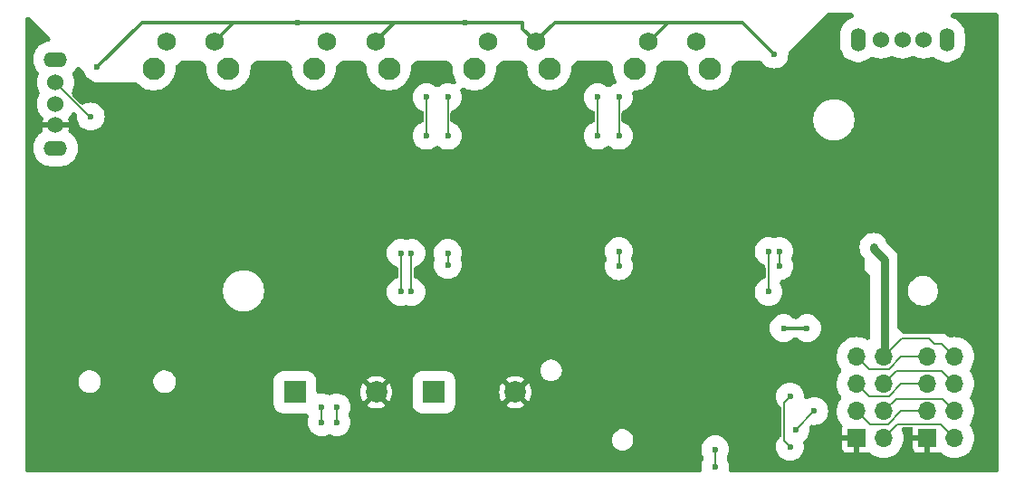
<source format=gbr>
%TF.GenerationSoftware,KiCad,Pcbnew,8.0.3*%
%TF.CreationDate,2024-07-03T21:33:09+01:00*%
%TF.ProjectId,Peanut,5065616e-7574-42e6-9b69-6361645f7063,rev?*%
%TF.SameCoordinates,Original*%
%TF.FileFunction,Copper,L2,Bot*%
%TF.FilePolarity,Positive*%
%FSLAX46Y46*%
G04 Gerber Fmt 4.6, Leading zero omitted, Abs format (unit mm)*
G04 Created by KiCad (PCBNEW 8.0.3) date 2024-07-03 21:33:09*
%MOMM*%
%LPD*%
G01*
G04 APERTURE LIST*
%TA.AperFunction,ComponentPad*%
%ADD10R,1.700000X1.700000*%
%TD*%
%TA.AperFunction,ComponentPad*%
%ADD11O,1.700000X1.700000*%
%TD*%
%TA.AperFunction,ComponentPad*%
%ADD12O,1.400000X2.200000*%
%TD*%
%TA.AperFunction,ComponentPad*%
%ADD13C,1.524000*%
%TD*%
%TA.AperFunction,ComponentPad*%
%ADD14C,1.750000*%
%TD*%
%TA.AperFunction,ComponentPad*%
%ADD15C,2.100000*%
%TD*%
%TA.AperFunction,ComponentPad*%
%ADD16O,2.200000X1.400000*%
%TD*%
%TA.AperFunction,ComponentPad*%
%ADD17C,2.000000*%
%TD*%
%TA.AperFunction,ComponentPad*%
%ADD18R,2.000000X2.000000*%
%TD*%
%TA.AperFunction,ViaPad*%
%ADD19C,0.600000*%
%TD*%
%TA.AperFunction,Conductor*%
%ADD20C,0.300000*%
%TD*%
%TA.AperFunction,Conductor*%
%ADD21C,0.200000*%
%TD*%
%TA.AperFunction,Conductor*%
%ADD22C,0.762000*%
%TD*%
%TA.AperFunction,Conductor*%
%ADD23C,0.150000*%
%TD*%
G04 APERTURE END LIST*
D10*
%TO.P,J2,1,Pin_1*%
%TO.N,GND*%
X178850000Y-85300000D03*
D11*
%TO.P,J2,2,Pin_2*%
%TO.N,UART_TX*%
X181390000Y-85300000D03*
%TO.P,J2,3,Pin_3*%
%TO.N,SDA*%
X178850000Y-82760000D03*
%TO.P,J2,4,Pin_4*%
%TO.N,SCL*%
X181390000Y-82760000D03*
%TO.P,J2,5,Pin_5*%
%TO.N,Net-(J1-Pin_5)*%
X178850000Y-80220000D03*
%TO.P,J2,6,Pin_6*%
%TO.N,Net-(J1-Pin_6)*%
X181390000Y-80220000D03*
%TO.P,J2,7,Pin_7*%
%TO.N,UART_RX*%
X178850000Y-77680000D03*
%TO.P,J2,8,Pin_8*%
%TO.N,+3V3*%
X181390000Y-77680000D03*
%TD*%
D12*
%TO.P,SW6,5*%
%TO.N,N/C*%
X180650000Y-48000000D03*
%TO.P,SW6,4*%
X172350000Y-48000000D03*
D13*
%TO.P,SW6,3*%
%TO.N,+3V3*%
X174500000Y-48000000D03*
%TO.P,SW6,2*%
%TO.N,unconnected-(SW6-Pad2)*%
X176500000Y-48000000D03*
%TO.P,SW6,1*%
%TO.N,Net-(BT1-+)*%
X178500000Y-48000000D03*
%TD*%
D14*
%TO.P,SW1,2*%
%TO.N,+3V3*%
X112225000Y-48212500D03*
%TO.P,SW1,1*%
%TO.N,Net-(U2-P4)*%
X107725000Y-48212500D03*
D15*
%TO.P,SW1,*%
%TO.N,*%
X113485000Y-50702500D03*
X106475000Y-50702500D03*
%TD*%
D11*
%TO.P,J1,8,Pin_8*%
%TO.N,+3V3*%
X174750000Y-77680000D03*
%TO.P,J1,7,Pin_7*%
%TO.N,UART_RX*%
X172210000Y-77680000D03*
%TO.P,J1,6,Pin_6*%
%TO.N,Net-(J1-Pin_6)*%
X174750000Y-80220000D03*
%TO.P,J1,5,Pin_5*%
%TO.N,Net-(J1-Pin_5)*%
X172210000Y-80220000D03*
%TO.P,J1,4,Pin_4*%
%TO.N,SCL*%
X174750000Y-82760000D03*
%TO.P,J1,3,Pin_3*%
%TO.N,SDA*%
X172210000Y-82760000D03*
%TO.P,J1,2,Pin_2*%
%TO.N,UART_TX*%
X174750000Y-85300000D03*
D10*
%TO.P,J1,1,Pin_1*%
%TO.N,GND*%
X172210000Y-85300000D03*
%TD*%
D16*
%TO.P,SW5,5*%
%TO.N,N/C*%
X97325000Y-49850000D03*
%TO.P,SW5,4*%
X97325000Y-58150000D03*
D13*
%TO.P,SW5,3*%
%TO.N,GND*%
X97325000Y-56000000D03*
%TO.P,SW5,2*%
%TO.N,+3V3*%
X97325000Y-54000000D03*
%TO.P,SW5,1*%
%TO.N,Net-(U2-P5)*%
X97325000Y-52000000D03*
%TD*%
D15*
%TO.P,SW2,*%
%TO.N,*%
X121475000Y-50702500D03*
X128485000Y-50702500D03*
D14*
%TO.P,SW2,1*%
%TO.N,Net-(U2-P3)*%
X122725000Y-48212500D03*
%TO.P,SW2,2*%
%TO.N,+3V3*%
X127225000Y-48212500D03*
%TD*%
%TO.P,SW4,2*%
%TO.N,Net-(U2-P2)*%
X157225000Y-48212500D03*
%TO.P,SW4,1*%
%TO.N,+3V3*%
X152725000Y-48212500D03*
D15*
%TO.P,SW4,*%
%TO.N,*%
X158485000Y-50702500D03*
X151475000Y-50702500D03*
%TD*%
D17*
%TO.P,BZ1,2,-*%
%TO.N,GND*%
X127300000Y-81000000D03*
D18*
%TO.P,BZ1,1,+*%
%TO.N,Net-(BZ1-+)*%
X119700000Y-81000000D03*
%TD*%
D14*
%TO.P,SW3,2*%
%TO.N,+3V3*%
X142225000Y-48212500D03*
%TO.P,SW3,1*%
%TO.N,Net-(U2-P1)*%
X137725000Y-48212500D03*
D15*
%TO.P,SW3,*%
%TO.N,*%
X143485000Y-50702500D03*
X136475000Y-50702500D03*
%TD*%
D17*
%TO.P,BZ2,2,-*%
%TO.N,GND*%
X140300000Y-81000000D03*
D18*
%TO.P,BZ2,1,+*%
%TO.N,Net-(BZ2-+)*%
X132700000Y-81000000D03*
%TD*%
D19*
%TO.N,GND*%
X131473000Y-51200000D03*
X143100000Y-87000000D03*
X145200000Y-75400000D03*
X116000000Y-74500000D03*
X101400000Y-83700000D03*
X97500000Y-63500000D03*
X146500000Y-51100000D03*
X169200000Y-48000000D03*
X170475000Y-48650000D03*
X168900000Y-80500000D03*
X164000000Y-87073000D03*
X155800000Y-88200000D03*
X156500000Y-84500000D03*
X161900000Y-81200000D03*
X162700000Y-75577000D03*
X161023000Y-75950000D03*
X158200000Y-76200000D03*
X156525000Y-74875000D03*
X151600000Y-75000000D03*
X153400000Y-75700000D03*
X153500000Y-77200000D03*
X153500000Y-78700000D03*
X113600000Y-76100000D03*
X116400000Y-82000000D03*
%TO.N,+3V3*%
X167600000Y-75000000D03*
X165400000Y-75000000D03*
X135600000Y-46400000D03*
X120000000Y-46400000D03*
X101200000Y-50600000D03*
X164527000Y-49400000D03*
X173800000Y-67400000D03*
%TO.N,Net-(D1-K)*%
X123600000Y-83800000D03*
X123600000Y-82400000D03*
%TO.N,Net-(D2-K)*%
X122200000Y-83800000D03*
X122200000Y-82400000D03*
%TO.N,Net-(D1-K)*%
X130600000Y-71600000D03*
%TO.N,Net-(D2-K)*%
X129600000Y-71600000D03*
%TO.N,SDA*%
X134000000Y-57000000D03*
X134000000Y-67973000D03*
X150000000Y-67800000D03*
X150000000Y-57000000D03*
%TO.N,/DigitalMuxer/P2*%
X164000000Y-71600000D03*
%TO.N,Net-(U2-P5)*%
X100600000Y-55200000D03*
%TO.N,SDA*%
X166500000Y-84500000D03*
%TO.N,SCL*%
X148000000Y-53400000D03*
X132000000Y-53400000D03*
%TO.N,/DigitalMuxer/P2*%
X164000000Y-67800000D03*
%TO.N,SDA*%
X134000000Y-53400000D03*
X134000000Y-69088000D03*
%TO.N,SCL*%
X132000000Y-57000000D03*
%TO.N,Net-(D1-K)*%
X130600000Y-67973000D03*
%TO.N,Net-(D2-K)*%
X129600000Y-67973000D03*
%TO.N,SDA*%
X165000000Y-69200000D03*
X150000000Y-69200000D03*
X165000000Y-67800000D03*
%TO.N,Net-(U7-AIN3)*%
X166000000Y-81400000D03*
%TO.N,Net-(U7-AIN1)*%
X159000000Y-86350000D03*
X159000000Y-88000000D03*
%TO.N,SDA*%
X150000000Y-53400000D03*
%TO.N,Net-(U7-AIN3)*%
X166000000Y-86100000D03*
%TO.N,SCL*%
X148000000Y-57000000D03*
%TO.N,SDA*%
X168260000Y-82760000D03*
%TD*%
D20*
%TO.N,+3V3*%
X105400000Y-46400000D02*
X115600000Y-46400000D01*
X167600000Y-75000000D02*
X165400000Y-75000000D01*
X141000000Y-46400000D02*
X129400000Y-46400000D01*
X141000000Y-46987500D02*
X141000000Y-46400000D01*
X142225000Y-48212500D02*
X141000000Y-46987500D01*
X114000000Y-46400000D02*
X112200000Y-48200000D01*
X120000000Y-46400000D02*
X114000000Y-46400000D01*
X120800000Y-46400000D02*
X120000000Y-46400000D01*
X129400000Y-46400000D02*
X120800000Y-46400000D01*
D21*
%TO.N,Net-(U2-P5)*%
X100525000Y-55200000D02*
X97325000Y-52000000D01*
X100600000Y-55200000D02*
X100525000Y-55200000D01*
D20*
%TO.N,+3V3*%
X105400000Y-46400000D02*
X101200000Y-50600000D01*
X129400000Y-46400000D02*
X129000000Y-46400000D01*
X129000000Y-46400000D02*
X127200000Y-48200000D01*
X144000000Y-46400000D02*
X142200000Y-48200000D01*
X154600000Y-46400000D02*
X144000000Y-46400000D01*
X161527000Y-46400000D02*
X157200000Y-46400000D01*
X164527000Y-49400000D02*
X161527000Y-46400000D01*
X154600000Y-46400000D02*
X152800000Y-48200000D01*
X157200000Y-46400000D02*
X154600000Y-46400000D01*
D22*
X174800000Y-68600000D02*
X174800000Y-77800000D01*
X173800000Y-67600000D02*
X174800000Y-68600000D01*
X173800000Y-67400000D02*
X173800000Y-67600000D01*
D23*
%TO.N,Net-(D1-K)*%
X123600000Y-82400000D02*
X123600000Y-83800000D01*
%TO.N,Net-(D2-K)*%
X122200000Y-82400000D02*
X122200000Y-83800000D01*
%TO.N,Net-(D1-K)*%
X130600000Y-67973000D02*
X130600000Y-71600000D01*
%TO.N,Net-(D2-K)*%
X129600000Y-67973000D02*
X129600000Y-71600000D01*
D21*
%TO.N,SDA*%
X150000000Y-67800000D02*
X150000000Y-69200000D01*
X150000000Y-53400000D02*
X150000000Y-57000000D01*
%TO.N,SCL*%
X148000000Y-57000000D02*
X148000000Y-53400000D01*
%TO.N,Net-(D2-K)*%
X129600000Y-67973000D02*
X129500000Y-68073000D01*
%TO.N,Net-(D1-K)*%
X130600000Y-67973000D02*
X130500000Y-68073000D01*
%TO.N,SCL*%
X132000000Y-53400000D02*
X132000000Y-57000000D01*
%TO.N,SDA*%
X134000000Y-53400000D02*
X134000000Y-57000000D01*
%TO.N,/DigitalMuxer/P2*%
X164000000Y-67800000D02*
X164000000Y-71600000D01*
%TO.N,SDA*%
X165000000Y-67800000D02*
X165000000Y-69200000D01*
X134000000Y-69088000D02*
X134000000Y-67973000D01*
%TO.N,Net-(U7-AIN3)*%
X165400000Y-82000000D02*
X166000000Y-81400000D01*
X165400000Y-85500000D02*
X165400000Y-82000000D01*
X166000000Y-86100000D02*
X165400000Y-85500000D01*
%TO.N,UART_TX*%
X174750000Y-85300000D02*
X176050000Y-84000000D01*
X176050000Y-84000000D02*
X180090000Y-84000000D01*
%TO.N,UART_RX*%
X178850000Y-77680000D02*
X176376346Y-77680000D01*
X173360000Y-78830000D02*
X172210000Y-77680000D01*
%TO.N,Net-(J1-Pin_5)*%
X176376346Y-80220000D02*
X175226346Y-81370000D01*
%TO.N,UART_RX*%
X176376346Y-77680000D02*
X175226346Y-78830000D01*
%TO.N,Net-(J1-Pin_6)*%
X175970000Y-79000000D02*
X180170000Y-79000000D01*
%TO.N,SDA*%
X173450000Y-84000000D02*
X172210000Y-82760000D01*
%TO.N,Net-(J1-Pin_6)*%
X180170000Y-79000000D02*
X181390000Y-80220000D01*
%TO.N,SDA*%
X175136346Y-84000000D02*
X173450000Y-84000000D01*
X178850000Y-82760000D02*
X176376346Y-82760000D01*
%TO.N,Net-(J1-Pin_6)*%
X174750000Y-80220000D02*
X175970000Y-79000000D01*
%TO.N,Net-(J1-Pin_5)*%
X175226346Y-81370000D02*
X173360000Y-81370000D01*
%TO.N,UART_RX*%
X175226346Y-78830000D02*
X173360000Y-78830000D01*
%TO.N,Net-(J1-Pin_5)*%
X173360000Y-81370000D02*
X172210000Y-80220000D01*
%TO.N,SCL*%
X175900000Y-81610000D02*
X180240000Y-81610000D01*
X174750000Y-82760000D02*
X175900000Y-81610000D01*
%TO.N,UART_TX*%
X180090000Y-84000000D02*
X181390000Y-85300000D01*
%TO.N,Net-(U7-AIN1)*%
X159000000Y-88000000D02*
X159000000Y-86350000D01*
%TO.N,SDA*%
X166500000Y-84500000D02*
X168240000Y-82760000D01*
%TO.N,+3V3*%
X174750000Y-77680000D02*
X176430000Y-76000000D01*
X179500000Y-76500000D02*
X180210000Y-76500000D01*
X180210000Y-76500000D02*
X181390000Y-77680000D01*
%TO.N,SDA*%
X168240000Y-82760000D02*
X168260000Y-82760000D01*
%TO.N,+3V3*%
X179000000Y-76000000D02*
X179500000Y-76500000D01*
%TO.N,Net-(J1-Pin_5)*%
X178850000Y-80220000D02*
X176376346Y-80220000D01*
%TO.N,+3V3*%
X176430000Y-76000000D02*
X179000000Y-76000000D01*
%TO.N,SDA*%
X176376346Y-82760000D02*
X175136346Y-84000000D01*
%TO.N,SCL*%
X180240000Y-81610000D02*
X181390000Y-82760000D01*
%TD*%
%TA.AperFunction,Conductor*%
%TO.N,GND*%
G36*
X171820427Y-45519454D02*
G01*
X171901209Y-45573430D01*
X171955185Y-45654212D01*
X171974139Y-45749500D01*
X171955185Y-45844788D01*
X171901209Y-45925570D01*
X171820427Y-45979546D01*
X171805170Y-45985288D01*
X171802216Y-45986290D01*
X171596279Y-46071592D01*
X171596275Y-46071594D01*
X171403230Y-46183049D01*
X171226373Y-46318755D01*
X171068755Y-46476373D01*
X170933049Y-46653230D01*
X170821594Y-46846275D01*
X170821592Y-46846279D01*
X170736292Y-47052211D01*
X170736291Y-47052215D01*
X170678595Y-47267541D01*
X170649500Y-47488543D01*
X170649500Y-48511456D01*
X170677804Y-48726453D01*
X170678596Y-48732463D01*
X170724352Y-48903226D01*
X170736291Y-48947784D01*
X170736292Y-48947788D01*
X170821592Y-49153720D01*
X170821594Y-49153724D01*
X170914340Y-49314365D01*
X170933052Y-49346774D01*
X171068753Y-49523624D01*
X171226376Y-49681247D01*
X171403226Y-49816948D01*
X171596274Y-49928405D01*
X171596279Y-49928407D01*
X171802211Y-50013707D01*
X171802212Y-50013707D01*
X171802219Y-50013710D01*
X172017537Y-50071404D01*
X172238543Y-50100500D01*
X172461457Y-50100500D01*
X172682463Y-50071404D01*
X172897781Y-50013710D01*
X173103726Y-49928405D01*
X173296774Y-49816948D01*
X173473624Y-49681247D01*
X173496713Y-49658157D01*
X173577489Y-49604184D01*
X173672777Y-49585228D01*
X173768065Y-49604180D01*
X173780820Y-49609888D01*
X173854278Y-49645264D01*
X174106699Y-49723127D01*
X174106701Y-49723127D01*
X174106707Y-49723129D01*
X174326251Y-49756219D01*
X174367918Y-49762500D01*
X174367919Y-49762500D01*
X174632082Y-49762500D01*
X174668016Y-49757083D01*
X174893293Y-49723129D01*
X174893298Y-49723127D01*
X174893300Y-49723127D01*
X174927973Y-49712431D01*
X175145719Y-49645265D01*
X175145724Y-49645262D01*
X175145726Y-49645262D01*
X175391963Y-49526681D01*
X175486039Y-49502414D01*
X175582240Y-49515995D01*
X175608037Y-49526681D01*
X175854273Y-49645262D01*
X175854277Y-49645263D01*
X175854281Y-49645265D01*
X176004859Y-49691712D01*
X176106699Y-49723127D01*
X176106701Y-49723127D01*
X176106707Y-49723129D01*
X176326251Y-49756219D01*
X176367918Y-49762500D01*
X176367919Y-49762500D01*
X176632082Y-49762500D01*
X176668016Y-49757083D01*
X176893293Y-49723129D01*
X176893298Y-49723127D01*
X176893300Y-49723127D01*
X176927973Y-49712431D01*
X177145719Y-49645265D01*
X177145724Y-49645262D01*
X177145726Y-49645262D01*
X177391963Y-49526681D01*
X177486039Y-49502414D01*
X177582240Y-49515995D01*
X177608037Y-49526681D01*
X177854273Y-49645262D01*
X177854277Y-49645263D01*
X177854281Y-49645265D01*
X178004859Y-49691712D01*
X178106699Y-49723127D01*
X178106701Y-49723127D01*
X178106707Y-49723129D01*
X178326251Y-49756219D01*
X178367918Y-49762500D01*
X178367919Y-49762500D01*
X178632082Y-49762500D01*
X178668016Y-49757083D01*
X178893293Y-49723129D01*
X178893298Y-49723127D01*
X178893300Y-49723127D01*
X178979240Y-49696617D01*
X179145719Y-49645265D01*
X179219180Y-49609887D01*
X179313256Y-49585621D01*
X179409457Y-49599202D01*
X179493138Y-49648564D01*
X179503288Y-49658159D01*
X179526376Y-49681247D01*
X179703226Y-49816948D01*
X179896274Y-49928405D01*
X179896279Y-49928407D01*
X180102211Y-50013707D01*
X180102212Y-50013707D01*
X180102219Y-50013710D01*
X180317537Y-50071404D01*
X180538543Y-50100500D01*
X180761457Y-50100500D01*
X180982463Y-50071404D01*
X181197781Y-50013710D01*
X181403726Y-49928405D01*
X181596774Y-49816948D01*
X181773624Y-49681247D01*
X181931247Y-49523624D01*
X182066948Y-49346774D01*
X182178405Y-49153726D01*
X182263710Y-48947781D01*
X182321404Y-48732463D01*
X182350500Y-48511457D01*
X182350500Y-47488543D01*
X182321404Y-47267537D01*
X182263710Y-47052219D01*
X182252035Y-47024034D01*
X182178407Y-46846279D01*
X182178405Y-46846275D01*
X182178405Y-46846274D01*
X182066948Y-46653226D01*
X181931247Y-46476376D01*
X181773624Y-46318753D01*
X181596774Y-46183052D01*
X181403726Y-46071595D01*
X181403724Y-46071594D01*
X181403720Y-46071592D01*
X181197783Y-45986290D01*
X181194830Y-45985288D01*
X181193475Y-45984506D01*
X181190250Y-45983170D01*
X181190425Y-45982745D01*
X181110689Y-45936713D01*
X181051543Y-45859637D01*
X181026395Y-45765793D01*
X181039073Y-45669469D01*
X181087648Y-45585328D01*
X181164724Y-45526182D01*
X181258568Y-45501034D01*
X181274861Y-45500500D01*
X185250500Y-45500500D01*
X185345788Y-45519454D01*
X185426570Y-45573430D01*
X185480546Y-45654212D01*
X185499500Y-45749500D01*
X185499500Y-88250500D01*
X185480546Y-88345788D01*
X185426570Y-88426570D01*
X185345788Y-88480546D01*
X185250500Y-88499500D01*
X160533503Y-88499500D01*
X160438215Y-88480546D01*
X160357433Y-88426570D01*
X160303457Y-88345788D01*
X160284503Y-88250500D01*
X160285451Y-88228798D01*
X160305468Y-88000005D01*
X160305468Y-87999994D01*
X160285636Y-87773320D01*
X160285635Y-87773308D01*
X160226739Y-87553504D01*
X160148460Y-87385635D01*
X160130571Y-87347272D01*
X160130566Y-87347263D01*
X160116194Y-87326738D01*
X160109950Y-87317821D01*
X160070822Y-87228895D01*
X160068702Y-87131763D01*
X160103914Y-87041214D01*
X160109951Y-87032178D01*
X160130568Y-87002734D01*
X160226739Y-86796496D01*
X160285635Y-86576692D01*
X160296688Y-86450354D01*
X160305468Y-86350005D01*
X160305468Y-86349994D01*
X160285636Y-86123320D01*
X160285635Y-86123308D01*
X160226739Y-85903504D01*
X160184197Y-85812272D01*
X160130571Y-85697272D01*
X160130563Y-85697258D01*
X160000050Y-85510865D01*
X160000049Y-85510864D01*
X160000047Y-85510861D01*
X159839139Y-85349953D01*
X159839135Y-85349950D01*
X159839134Y-85349949D01*
X159652741Y-85219436D01*
X159652727Y-85219428D01*
X159446499Y-85123262D01*
X159446496Y-85123261D01*
X159226694Y-85064365D01*
X159226679Y-85064363D01*
X159000006Y-85044532D01*
X158999994Y-85044532D01*
X158773320Y-85064363D01*
X158773305Y-85064365D01*
X158553503Y-85123261D01*
X158553500Y-85123262D01*
X158347272Y-85219428D01*
X158347258Y-85219436D01*
X158160865Y-85349949D01*
X157999949Y-85510865D01*
X157869436Y-85697258D01*
X157869428Y-85697272D01*
X157773262Y-85903500D01*
X157773261Y-85903503D01*
X157714365Y-86123305D01*
X157714363Y-86123320D01*
X157694532Y-86349994D01*
X157694532Y-86350005D01*
X157714363Y-86576679D01*
X157714365Y-86576694D01*
X157773261Y-86796496D01*
X157773262Y-86796499D01*
X157869427Y-87002725D01*
X157869434Y-87002737D01*
X157890052Y-87032184D01*
X157929179Y-87121112D01*
X157931296Y-87218244D01*
X157896081Y-87308793D01*
X157890052Y-87317816D01*
X157869434Y-87347262D01*
X157869427Y-87347274D01*
X157773262Y-87553500D01*
X157773261Y-87553503D01*
X157714365Y-87773305D01*
X157714363Y-87773320D01*
X157694532Y-87999994D01*
X157694532Y-88000005D01*
X157714549Y-88228798D01*
X157703973Y-88325375D01*
X157657242Y-88410554D01*
X157581473Y-88471366D01*
X157488199Y-88498552D01*
X157466497Y-88499500D01*
X94749500Y-88499500D01*
X94654212Y-88480546D01*
X94573430Y-88426570D01*
X94519454Y-88345788D01*
X94500500Y-88250500D01*
X94500500Y-85378843D01*
X149339589Y-85378843D01*
X149339589Y-85521157D01*
X149343736Y-85550000D01*
X149360064Y-85663570D01*
X149360065Y-85663573D01*
X149400160Y-85800124D01*
X149400161Y-85800125D01*
X149401192Y-85803636D01*
X149405703Y-85812262D01*
X149433578Y-85873298D01*
X149459930Y-85931002D01*
X149459932Y-85931006D01*
X149536871Y-86050723D01*
X149536875Y-86050729D01*
X149599763Y-86123305D01*
X149631093Y-86159461D01*
X149675375Y-86197832D01*
X149731926Y-86246833D01*
X149735189Y-86249871D01*
X149738642Y-86252653D01*
X149738648Y-86252658D01*
X149738650Y-86252660D01*
X149859690Y-86330447D01*
X149989144Y-86389566D01*
X149989146Y-86389566D01*
X149989147Y-86389567D01*
X149997730Y-86392087D01*
X150127192Y-86430100D01*
X150255472Y-86448544D01*
X150259024Y-86449242D01*
X150268028Y-86450349D01*
X150268058Y-86450354D01*
X150268062Y-86450355D01*
X150411942Y-86450354D01*
X150411944Y-86450354D01*
X150552801Y-86430101D01*
X150552800Y-86430101D01*
X150552808Y-86430100D01*
X150690856Y-86389566D01*
X150820310Y-86330447D01*
X150820312Y-86330446D01*
X150941352Y-86252658D01*
X151048907Y-86159461D01*
X151143128Y-86050725D01*
X151217667Y-85934739D01*
X151219865Y-85931450D01*
X151232630Y-85903500D01*
X151279840Y-85800124D01*
X151319935Y-85663573D01*
X151340411Y-85521157D01*
X151340411Y-85378843D01*
X151319935Y-85236427D01*
X151279840Y-85099876D01*
X151279839Y-85099875D01*
X151279837Y-85099871D01*
X151278808Y-85096366D01*
X151274299Y-85087744D01*
X151220069Y-84968997D01*
X151220067Y-84968993D01*
X151143131Y-84849280D01*
X151143128Y-84849275D01*
X151048907Y-84740539D01*
X150948069Y-84653162D01*
X150944810Y-84650128D01*
X150941351Y-84647341D01*
X150941350Y-84647340D01*
X150820310Y-84569553D01*
X150820308Y-84569552D01*
X150820305Y-84569550D01*
X150690852Y-84510432D01*
X150575286Y-84476500D01*
X150552808Y-84469900D01*
X150552806Y-84469899D01*
X150552804Y-84469899D01*
X150552801Y-84469898D01*
X150424548Y-84451458D01*
X150420989Y-84450759D01*
X150411939Y-84449645D01*
X150411938Y-84449645D01*
X150411936Y-84449645D01*
X150268055Y-84449645D01*
X150127198Y-84469898D01*
X150127195Y-84469899D01*
X149989150Y-84510431D01*
X149859686Y-84569555D01*
X149859680Y-84569558D01*
X149738655Y-84647337D01*
X149738643Y-84647346D01*
X149631099Y-84740533D01*
X149631087Y-84740545D01*
X149536875Y-84849270D01*
X149536868Y-84849280D01*
X149462338Y-84965250D01*
X149460137Y-84968543D01*
X149400163Y-85099867D01*
X149400161Y-85099873D01*
X149400160Y-85099876D01*
X149382140Y-85161245D01*
X149360064Y-85236429D01*
X149350925Y-85300000D01*
X149339589Y-85378843D01*
X94500500Y-85378843D01*
X94500500Y-79896535D01*
X99449500Y-79896535D01*
X99449500Y-80103465D01*
X99472680Y-80220000D01*
X99489870Y-80306421D01*
X99569056Y-80497593D01*
X99569062Y-80497603D01*
X99684018Y-80669649D01*
X99684020Y-80669651D01*
X99684023Y-80669655D01*
X99830345Y-80815977D01*
X99830348Y-80815979D01*
X99830350Y-80815981D01*
X100002396Y-80930937D01*
X100002402Y-80930941D01*
X100002404Y-80930941D01*
X100002406Y-80930943D01*
X100124391Y-80981471D01*
X100193580Y-81010130D01*
X100396535Y-81050500D01*
X100396537Y-81050500D01*
X100603463Y-81050500D01*
X100603465Y-81050500D01*
X100806420Y-81010130D01*
X100997598Y-80930941D01*
X101169655Y-80815977D01*
X101315977Y-80669655D01*
X101430941Y-80497598D01*
X101510130Y-80306420D01*
X101550500Y-80103465D01*
X101550500Y-79896535D01*
X106449500Y-79896535D01*
X106449500Y-80103465D01*
X106472680Y-80220000D01*
X106489870Y-80306421D01*
X106569056Y-80497593D01*
X106569062Y-80497603D01*
X106684018Y-80669649D01*
X106684020Y-80669651D01*
X106684023Y-80669655D01*
X106830345Y-80815977D01*
X106830348Y-80815979D01*
X106830350Y-80815981D01*
X107002396Y-80930937D01*
X107002402Y-80930941D01*
X107002404Y-80930941D01*
X107002406Y-80930943D01*
X107124391Y-80981471D01*
X107193580Y-81010130D01*
X107396535Y-81050500D01*
X107396537Y-81050500D01*
X107603463Y-81050500D01*
X107603465Y-81050500D01*
X107806420Y-81010130D01*
X107997598Y-80930941D01*
X108169655Y-80815977D01*
X108315977Y-80669655D01*
X108430941Y-80497598D01*
X108510130Y-80306420D01*
X108550500Y-80103465D01*
X108550500Y-79941963D01*
X117699500Y-79941963D01*
X117699500Y-82058031D01*
X117699501Y-82058043D01*
X117710113Y-82177414D01*
X117710113Y-82177417D01*
X117710114Y-82177418D01*
X117733760Y-82260055D01*
X117766090Y-82373045D01*
X117766093Y-82373053D01*
X117849801Y-82533305D01*
X117860302Y-82553407D01*
X117988891Y-82711109D01*
X118146593Y-82839698D01*
X118326951Y-82933909D01*
X118522582Y-82989886D01*
X118641963Y-83000500D01*
X120747018Y-83000499D01*
X120842306Y-83019453D01*
X120923088Y-83073429D01*
X120977064Y-83154211D01*
X120996018Y-83249499D01*
X120977064Y-83344787D01*
X120973416Y-83353075D01*
X120973261Y-83353503D01*
X120914365Y-83573305D01*
X120914363Y-83573320D01*
X120894532Y-83799994D01*
X120894532Y-83800005D01*
X120914363Y-84026679D01*
X120914365Y-84026694D01*
X120973261Y-84246496D01*
X120973262Y-84246499D01*
X121069428Y-84452727D01*
X121069436Y-84452741D01*
X121199949Y-84639134D01*
X121199953Y-84639139D01*
X121360861Y-84800047D01*
X121360864Y-84800049D01*
X121360865Y-84800050D01*
X121547258Y-84930563D01*
X121547262Y-84930565D01*
X121547266Y-84930568D01*
X121547270Y-84930569D01*
X121547272Y-84930571D01*
X121621641Y-84965250D01*
X121753504Y-85026739D01*
X121973308Y-85085635D01*
X121992984Y-85087356D01*
X122199994Y-85105468D01*
X122200000Y-85105468D01*
X122200006Y-85105468D01*
X122402780Y-85087727D01*
X122426692Y-85085635D01*
X122646496Y-85026739D01*
X122794769Y-84957597D01*
X122889137Y-84934505D01*
X122985162Y-84949284D01*
X123005220Y-84957592D01*
X123153504Y-85026739D01*
X123373308Y-85085635D01*
X123392984Y-85087356D01*
X123599994Y-85105468D01*
X123600000Y-85105468D01*
X123600006Y-85105468D01*
X123802780Y-85087727D01*
X123826692Y-85085635D01*
X124046496Y-85026739D01*
X124252734Y-84930568D01*
X124439139Y-84800047D01*
X124600047Y-84639139D01*
X124730568Y-84452734D01*
X124826739Y-84246496D01*
X124885635Y-84026692D01*
X124897544Y-83890571D01*
X124905468Y-83800005D01*
X124905468Y-83799994D01*
X124885636Y-83573320D01*
X124885635Y-83573308D01*
X124826739Y-83353504D01*
X124757597Y-83205230D01*
X124734505Y-83110863D01*
X124749284Y-83014838D01*
X124757592Y-82994779D01*
X124826739Y-82846496D01*
X124885635Y-82626692D01*
X124896719Y-82500000D01*
X124905468Y-82400005D01*
X124905468Y-82399994D01*
X124885636Y-82173320D01*
X124885635Y-82173308D01*
X124826739Y-81953504D01*
X124730568Y-81747266D01*
X124730565Y-81747262D01*
X124730563Y-81747258D01*
X124600050Y-81560865D01*
X124600049Y-81560864D01*
X124600047Y-81560861D01*
X124439139Y-81399953D01*
X124439135Y-81399950D01*
X124439134Y-81399949D01*
X124252741Y-81269436D01*
X124252727Y-81269428D01*
X124046499Y-81173262D01*
X124046496Y-81173261D01*
X123826694Y-81114365D01*
X123826679Y-81114363D01*
X123600006Y-81094532D01*
X123599994Y-81094532D01*
X123373320Y-81114363D01*
X123373305Y-81114365D01*
X123153506Y-81173260D01*
X123153403Y-81173308D01*
X123046814Y-81223012D01*
X123005232Y-81242402D01*
X122910861Y-81265494D01*
X122814837Y-81250715D01*
X122794768Y-81242402D01*
X122646496Y-81173261D01*
X122646493Y-81173260D01*
X122426694Y-81114365D01*
X122426679Y-81114363D01*
X122200006Y-81094532D01*
X122200004Y-81094532D01*
X122200001Y-81094532D01*
X122200000Y-81094532D01*
X122096851Y-81103556D01*
X121971200Y-81114549D01*
X121874622Y-81103971D01*
X121789444Y-81057241D01*
X121743504Y-81000000D01*
X125794859Y-81000000D01*
X125815387Y-81247741D01*
X125815389Y-81247748D01*
X125876410Y-81488714D01*
X125876413Y-81488722D01*
X125976266Y-81716364D01*
X126076564Y-81869881D01*
X126817037Y-81129408D01*
X126834075Y-81192993D01*
X126899901Y-81307007D01*
X126992993Y-81400099D01*
X127107007Y-81465925D01*
X127170589Y-81482962D01*
X126429942Y-82223610D01*
X126476766Y-82260054D01*
X126476770Y-82260057D01*
X126695388Y-82378366D01*
X126695390Y-82378367D01*
X126930509Y-82459083D01*
X126930512Y-82459084D01*
X127175706Y-82500000D01*
X127424294Y-82500000D01*
X127669487Y-82459084D01*
X127669490Y-82459083D01*
X127904607Y-82378368D01*
X128123230Y-82260055D01*
X128123238Y-82260050D01*
X128170056Y-82223610D01*
X127429408Y-81482962D01*
X127492993Y-81465925D01*
X127607007Y-81400099D01*
X127700099Y-81307007D01*
X127765925Y-81192993D01*
X127782962Y-81129408D01*
X128523435Y-81869881D01*
X128623731Y-81716368D01*
X128723586Y-81488722D01*
X128723589Y-81488714D01*
X128784610Y-81247748D01*
X128784612Y-81247741D01*
X128805140Y-81000000D01*
X128784612Y-80752258D01*
X128784610Y-80752251D01*
X128723589Y-80511285D01*
X128723586Y-80511277D01*
X128623730Y-80283628D01*
X128523435Y-80130117D01*
X127782962Y-80870589D01*
X127765925Y-80807007D01*
X127700099Y-80692993D01*
X127607007Y-80599901D01*
X127492993Y-80534075D01*
X127429407Y-80517037D01*
X128004481Y-79941963D01*
X130699500Y-79941963D01*
X130699500Y-82058031D01*
X130699501Y-82058043D01*
X130710113Y-82177414D01*
X130710113Y-82177417D01*
X130710114Y-82177418D01*
X130733760Y-82260055D01*
X130766090Y-82373045D01*
X130766093Y-82373053D01*
X130849801Y-82533305D01*
X130860302Y-82553407D01*
X130988891Y-82711109D01*
X131146593Y-82839698D01*
X131326951Y-82933909D01*
X131522582Y-82989886D01*
X131641963Y-83000500D01*
X133758036Y-83000499D01*
X133877418Y-82989886D01*
X134073049Y-82933909D01*
X134253407Y-82839698D01*
X134411109Y-82711109D01*
X134539698Y-82553407D01*
X134633909Y-82373049D01*
X134689886Y-82177418D01*
X134700500Y-82058037D01*
X134700499Y-81000000D01*
X138794859Y-81000000D01*
X138815387Y-81247741D01*
X138815389Y-81247748D01*
X138876410Y-81488714D01*
X138876413Y-81488722D01*
X138976266Y-81716364D01*
X139076564Y-81869881D01*
X139817037Y-81129408D01*
X139834075Y-81192993D01*
X139899901Y-81307007D01*
X139992993Y-81400099D01*
X140107007Y-81465925D01*
X140170589Y-81482962D01*
X139429942Y-82223610D01*
X139476766Y-82260054D01*
X139476770Y-82260057D01*
X139695388Y-82378366D01*
X139695390Y-82378367D01*
X139930509Y-82459083D01*
X139930512Y-82459084D01*
X140175706Y-82500000D01*
X140424294Y-82500000D01*
X140669487Y-82459084D01*
X140669490Y-82459083D01*
X140904607Y-82378368D01*
X141123230Y-82260055D01*
X141123238Y-82260050D01*
X141170056Y-82223610D01*
X140429408Y-81482962D01*
X140492993Y-81465925D01*
X140607007Y-81400099D01*
X140700099Y-81307007D01*
X140765925Y-81192993D01*
X140782962Y-81129408D01*
X141523435Y-81869881D01*
X141623731Y-81716368D01*
X141723586Y-81488722D01*
X141723589Y-81488714D01*
X141746056Y-81399994D01*
X164694532Y-81399994D01*
X164694532Y-81400005D01*
X164714363Y-81626679D01*
X164714365Y-81626694D01*
X164773261Y-81846496D01*
X164773262Y-81846499D01*
X164869428Y-82052727D01*
X164869436Y-82052741D01*
X164999949Y-82239134D01*
X164999953Y-82239139D01*
X165099572Y-82338758D01*
X165153546Y-82419537D01*
X165172500Y-82514825D01*
X165172500Y-84985175D01*
X165153546Y-85080463D01*
X165099572Y-85161241D01*
X165041386Y-85219428D01*
X164999949Y-85260865D01*
X164869436Y-85447258D01*
X164869428Y-85447272D01*
X164773262Y-85653500D01*
X164773261Y-85653503D01*
X164714365Y-85873305D01*
X164714363Y-85873320D01*
X164694532Y-86099994D01*
X164694532Y-86100005D01*
X164714363Y-86326679D01*
X164714365Y-86326694D01*
X164773261Y-86546496D01*
X164773262Y-86546499D01*
X164869428Y-86752727D01*
X164869436Y-86752741D01*
X164945043Y-86860719D01*
X164999953Y-86939139D01*
X165160861Y-87100047D01*
X165160864Y-87100049D01*
X165160865Y-87100050D01*
X165347258Y-87230563D01*
X165347262Y-87230565D01*
X165347266Y-87230568D01*
X165553504Y-87326739D01*
X165773308Y-87385635D01*
X165792984Y-87387356D01*
X165999994Y-87405468D01*
X166000000Y-87405468D01*
X166000006Y-87405468D01*
X166179668Y-87389749D01*
X166226692Y-87385635D01*
X166446496Y-87326739D01*
X166652734Y-87230568D01*
X166839139Y-87100047D01*
X167000047Y-86939139D01*
X167130568Y-86752734D01*
X167226739Y-86546496D01*
X167285635Y-86326692D01*
X167296909Y-86197832D01*
X167305468Y-86100005D01*
X167305468Y-86099994D01*
X167285636Y-85873320D01*
X167285635Y-85873308D01*
X167254856Y-85758442D01*
X167248502Y-85661496D01*
X167279731Y-85569497D01*
X167331510Y-85507793D01*
X167331451Y-85507734D01*
X167332125Y-85507059D01*
X167335329Y-85503242D01*
X167339121Y-85500059D01*
X167339139Y-85500047D01*
X167500047Y-85339139D01*
X167630568Y-85152734D01*
X167726739Y-84946496D01*
X167785635Y-84726692D01*
X167792068Y-84653166D01*
X167805468Y-84500005D01*
X167805468Y-84499995D01*
X167794362Y-84373061D01*
X167789515Y-84317659D01*
X167800091Y-84221083D01*
X167846821Y-84135905D01*
X167922591Y-84075093D01*
X168015864Y-84047906D01*
X168059266Y-84047906D01*
X168164152Y-84057082D01*
X168259996Y-84065468D01*
X168260000Y-84065468D01*
X168260006Y-84065468D01*
X168460734Y-84047906D01*
X168486692Y-84045635D01*
X168706496Y-83986739D01*
X168912734Y-83890568D01*
X169099139Y-83760047D01*
X169260047Y-83599139D01*
X169390568Y-83412734D01*
X169486739Y-83206496D01*
X169545635Y-82986692D01*
X169558495Y-82839700D01*
X169565468Y-82760005D01*
X169565468Y-82759994D01*
X169545636Y-82533320D01*
X169545635Y-82533308D01*
X169486739Y-82313504D01*
X169390568Y-82107266D01*
X169390565Y-82107262D01*
X169390563Y-82107258D01*
X169260050Y-81920865D01*
X169260049Y-81920864D01*
X169260047Y-81920861D01*
X169099139Y-81759953D01*
X169099135Y-81759950D01*
X169099134Y-81759949D01*
X168912741Y-81629436D01*
X168912727Y-81629428D01*
X168706499Y-81533262D01*
X168706496Y-81533261D01*
X168486694Y-81474365D01*
X168486679Y-81474363D01*
X168260006Y-81454532D01*
X168259994Y-81454532D01*
X168033320Y-81474363D01*
X168033305Y-81474365D01*
X167813503Y-81533261D01*
X167658873Y-81605366D01*
X167564502Y-81628458D01*
X167468478Y-81613678D01*
X167385419Y-81563276D01*
X167327971Y-81484926D01*
X167305589Y-81401396D01*
X167305467Y-81400006D01*
X167305468Y-81400000D01*
X167285635Y-81173308D01*
X167226739Y-80953504D01*
X167130568Y-80747266D01*
X167130565Y-80747262D01*
X167130563Y-80747258D01*
X167000050Y-80560865D01*
X167000049Y-80560864D01*
X167000047Y-80560861D01*
X166839139Y-80399953D01*
X166839135Y-80399950D01*
X166839134Y-80399949D01*
X166652741Y-80269436D01*
X166652727Y-80269428D01*
X166446499Y-80173262D01*
X166446496Y-80173261D01*
X166226694Y-80114365D01*
X166226679Y-80114363D01*
X166000006Y-80094532D01*
X165999994Y-80094532D01*
X165773320Y-80114363D01*
X165773305Y-80114365D01*
X165553503Y-80173261D01*
X165553500Y-80173262D01*
X165347272Y-80269428D01*
X165347258Y-80269436D01*
X165160865Y-80399949D01*
X164999949Y-80560865D01*
X164869436Y-80747258D01*
X164869428Y-80747272D01*
X164773262Y-80953500D01*
X164773261Y-80953503D01*
X164714365Y-81173305D01*
X164714363Y-81173320D01*
X164694532Y-81399994D01*
X141746056Y-81399994D01*
X141784610Y-81247748D01*
X141784612Y-81247741D01*
X141805140Y-81000000D01*
X141784612Y-80752258D01*
X141784610Y-80752251D01*
X141723589Y-80511285D01*
X141723586Y-80511277D01*
X141623730Y-80283628D01*
X141523435Y-80130117D01*
X140782962Y-80870589D01*
X140765925Y-80807007D01*
X140700099Y-80692993D01*
X140607007Y-80599901D01*
X140492993Y-80534075D01*
X140429407Y-80517037D01*
X141170056Y-79776388D01*
X141123241Y-79739951D01*
X141123230Y-79739944D01*
X140904607Y-79621631D01*
X140669490Y-79540916D01*
X140669487Y-79540915D01*
X140424294Y-79500000D01*
X140175706Y-79500000D01*
X139930512Y-79540915D01*
X139930509Y-79540916D01*
X139695392Y-79621631D01*
X139476768Y-79739944D01*
X139476758Y-79739951D01*
X139429941Y-79776388D01*
X140170590Y-80517037D01*
X140107007Y-80534075D01*
X139992993Y-80599901D01*
X139899901Y-80692993D01*
X139834075Y-80807007D01*
X139817037Y-80870591D01*
X139076563Y-80130117D01*
X138976268Y-80283630D01*
X138976268Y-80283631D01*
X138876413Y-80511277D01*
X138876410Y-80511285D01*
X138815389Y-80752251D01*
X138815387Y-80752258D01*
X138794859Y-81000000D01*
X134700499Y-81000000D01*
X134700499Y-79941964D01*
X134689886Y-79822582D01*
X134633909Y-79626951D01*
X134539698Y-79446593D01*
X134411109Y-79288891D01*
X134253407Y-79160302D01*
X134253402Y-79160299D01*
X134073053Y-79066093D01*
X134073052Y-79066092D01*
X134073049Y-79066091D01*
X133877418Y-79010114D01*
X133758037Y-78999500D01*
X133758035Y-78999500D01*
X131641968Y-78999500D01*
X131641956Y-78999501D01*
X131522585Y-79010113D01*
X131326954Y-79066090D01*
X131326946Y-79066093D01*
X131146597Y-79160299D01*
X131146592Y-79160302D01*
X130988893Y-79288889D01*
X130988889Y-79288893D01*
X130860302Y-79446592D01*
X130860299Y-79446597D01*
X130766093Y-79626946D01*
X130766090Y-79626954D01*
X130710115Y-79822578D01*
X130710114Y-79822582D01*
X130699500Y-79941963D01*
X128004481Y-79941963D01*
X128170056Y-79776388D01*
X128123241Y-79739951D01*
X128123230Y-79739944D01*
X127904607Y-79621631D01*
X127669490Y-79540916D01*
X127669487Y-79540915D01*
X127424294Y-79500000D01*
X127175706Y-79500000D01*
X126930512Y-79540915D01*
X126930509Y-79540916D01*
X126695392Y-79621631D01*
X126476768Y-79739944D01*
X126476758Y-79739951D01*
X126429941Y-79776388D01*
X127170590Y-80517037D01*
X127107007Y-80534075D01*
X126992993Y-80599901D01*
X126899901Y-80692993D01*
X126834075Y-80807007D01*
X126817037Y-80870591D01*
X126076563Y-80130117D01*
X125976268Y-80283630D01*
X125976268Y-80283631D01*
X125876413Y-80511277D01*
X125876410Y-80511285D01*
X125815389Y-80752251D01*
X125815387Y-80752258D01*
X125794859Y-81000000D01*
X121743504Y-81000000D01*
X121728633Y-80981471D01*
X121701446Y-80888197D01*
X121700499Y-80866496D01*
X121700499Y-79941968D01*
X121700498Y-79941956D01*
X121690584Y-79830441D01*
X121689886Y-79822582D01*
X121633909Y-79626951D01*
X121539698Y-79446593D01*
X121411109Y-79288891D01*
X121253407Y-79160302D01*
X121253402Y-79160299D01*
X121073053Y-79066093D01*
X121073052Y-79066092D01*
X121073049Y-79066091D01*
X120877418Y-79010114D01*
X120758037Y-78999500D01*
X120758035Y-78999500D01*
X118641968Y-78999500D01*
X118641956Y-78999501D01*
X118522585Y-79010113D01*
X118326954Y-79066090D01*
X118326946Y-79066093D01*
X118146597Y-79160299D01*
X118146592Y-79160302D01*
X117988893Y-79288889D01*
X117988889Y-79288893D01*
X117860302Y-79446592D01*
X117860299Y-79446597D01*
X117766093Y-79626946D01*
X117766090Y-79626954D01*
X117710115Y-79822578D01*
X117710114Y-79822582D01*
X117699500Y-79941963D01*
X108550500Y-79941963D01*
X108550500Y-79896535D01*
X108510130Y-79693580D01*
X108450957Y-79550725D01*
X108430943Y-79502406D01*
X108430937Y-79502396D01*
X108315981Y-79330350D01*
X108315979Y-79330348D01*
X108315977Y-79330345D01*
X108169655Y-79184023D01*
X108169651Y-79184020D01*
X108169649Y-79184018D01*
X107997603Y-79069062D01*
X107997593Y-79069056D01*
X107806421Y-78989870D01*
X107738768Y-78976413D01*
X107603465Y-78949500D01*
X107396535Y-78949500D01*
X107295057Y-78969685D01*
X107193578Y-78989870D01*
X107002406Y-79069056D01*
X107002396Y-79069062D01*
X106830350Y-79184018D01*
X106684018Y-79330350D01*
X106569062Y-79502396D01*
X106569056Y-79502406D01*
X106489870Y-79693578D01*
X106464211Y-79822578D01*
X106449500Y-79896535D01*
X101550500Y-79896535D01*
X101510130Y-79693580D01*
X101450957Y-79550725D01*
X101430943Y-79502406D01*
X101430937Y-79502396D01*
X101315981Y-79330350D01*
X101315979Y-79330348D01*
X101315977Y-79330345D01*
X101169655Y-79184023D01*
X101169651Y-79184020D01*
X101169649Y-79184018D01*
X100997603Y-79069062D01*
X100997593Y-79069056D01*
X100806421Y-78989870D01*
X100738768Y-78976413D01*
X100603465Y-78949500D01*
X100396535Y-78949500D01*
X100295057Y-78969685D01*
X100193578Y-78989870D01*
X100002406Y-79069056D01*
X100002396Y-79069062D01*
X99830350Y-79184018D01*
X99684018Y-79330350D01*
X99569062Y-79502396D01*
X99569056Y-79502406D01*
X99489870Y-79693578D01*
X99464211Y-79822578D01*
X99449500Y-79896535D01*
X94500500Y-79896535D01*
X94500500Y-78878843D01*
X142659589Y-78878843D01*
X142659589Y-79021157D01*
X142666050Y-79066093D01*
X142680064Y-79163570D01*
X142680065Y-79163573D01*
X142720160Y-79300124D01*
X142720161Y-79300125D01*
X142721192Y-79303636D01*
X142725703Y-79312262D01*
X142755224Y-79376903D01*
X142779930Y-79431002D01*
X142779932Y-79431006D01*
X142825819Y-79502406D01*
X142856872Y-79550725D01*
X142951093Y-79659461D01*
X143043983Y-79739951D01*
X143051926Y-79746833D01*
X143055189Y-79749871D01*
X143058642Y-79752653D01*
X143058648Y-79752658D01*
X143058650Y-79752660D01*
X143179690Y-79830447D01*
X143309144Y-79889566D01*
X143309146Y-79889566D01*
X143309147Y-79889567D01*
X143332882Y-79896536D01*
X143447192Y-79930100D01*
X143575472Y-79948544D01*
X143579024Y-79949242D01*
X143588028Y-79950349D01*
X143588058Y-79950354D01*
X143588062Y-79950355D01*
X143731942Y-79950354D01*
X143731944Y-79950354D01*
X143872801Y-79930101D01*
X143872800Y-79930101D01*
X143872808Y-79930100D01*
X144010856Y-79889566D01*
X144140310Y-79830447D01*
X144140312Y-79830446D01*
X144261352Y-79752658D01*
X144368907Y-79659461D01*
X144463128Y-79550725D01*
X144537667Y-79434739D01*
X144539865Y-79431450D01*
X144586039Y-79330345D01*
X144599840Y-79300124D01*
X144639935Y-79163573D01*
X144660411Y-79021157D01*
X144660411Y-78878843D01*
X144639935Y-78736427D01*
X144599840Y-78599876D01*
X144599839Y-78599875D01*
X144599837Y-78599871D01*
X144598808Y-78596366D01*
X144594299Y-78587744D01*
X144540069Y-78468997D01*
X144540067Y-78468993D01*
X144463131Y-78349280D01*
X144463128Y-78349275D01*
X144368907Y-78240539D01*
X144268069Y-78153162D01*
X144264810Y-78150128D01*
X144261351Y-78147341D01*
X144261350Y-78147340D01*
X144140310Y-78069553D01*
X144140308Y-78069552D01*
X144140305Y-78069550D01*
X144010852Y-78010432D01*
X143896892Y-77976971D01*
X143872808Y-77969900D01*
X143872806Y-77969899D01*
X143872804Y-77969899D01*
X143872801Y-77969898D01*
X143744548Y-77951458D01*
X143740989Y-77950759D01*
X143731939Y-77949645D01*
X143731938Y-77949645D01*
X143731936Y-77949645D01*
X143588055Y-77949645D01*
X143447198Y-77969898D01*
X143447195Y-77969899D01*
X143309150Y-78010431D01*
X143179686Y-78069555D01*
X143179680Y-78069558D01*
X143058655Y-78147337D01*
X143058643Y-78147346D01*
X142951099Y-78240533D01*
X142951087Y-78240545D01*
X142856875Y-78349270D01*
X142856868Y-78349280D01*
X142782338Y-78465250D01*
X142780137Y-78468543D01*
X142720163Y-78599867D01*
X142720161Y-78599873D01*
X142720161Y-78599875D01*
X142680064Y-78736429D01*
X142667626Y-78822944D01*
X142659589Y-78878843D01*
X94500500Y-78878843D01*
X94500500Y-77680000D01*
X170354773Y-77680000D01*
X170373657Y-77944027D01*
X170385897Y-78000293D01*
X170429923Y-78202678D01*
X170444047Y-78240545D01*
X170522425Y-78450687D01*
X170522427Y-78450691D01*
X170603888Y-78599876D01*
X170649284Y-78683011D01*
X170737444Y-78800779D01*
X170737445Y-78800780D01*
X170779375Y-78888421D01*
X170784576Y-78985436D01*
X170752254Y-79077057D01*
X170737445Y-79099220D01*
X170649284Y-79216989D01*
X170649280Y-79216995D01*
X170522427Y-79449308D01*
X170522425Y-79449312D01*
X170484599Y-79550729D01*
X170429923Y-79697322D01*
X170402674Y-79822585D01*
X170373657Y-79955972D01*
X170354773Y-80220000D01*
X170371044Y-80447500D01*
X170373657Y-80484026D01*
X170429923Y-80742678D01*
X170457262Y-80815977D01*
X170522425Y-80990687D01*
X170522427Y-80990691D01*
X170622150Y-81173320D01*
X170649284Y-81223011D01*
X170737444Y-81340779D01*
X170737445Y-81340780D01*
X170779375Y-81428421D01*
X170784576Y-81525436D01*
X170752254Y-81617057D01*
X170737448Y-81639214D01*
X170656569Y-81747258D01*
X170649284Y-81756989D01*
X170649280Y-81756995D01*
X170522427Y-81989308D01*
X170522425Y-81989312D01*
X170496790Y-82058043D01*
X170429923Y-82237322D01*
X170398137Y-82383440D01*
X170373657Y-82495972D01*
X170354773Y-82760000D01*
X170371044Y-82987500D01*
X170373657Y-83024026D01*
X170429923Y-83282678D01*
X170478429Y-83412727D01*
X170522425Y-83530687D01*
X170522427Y-83530691D01*
X170647665Y-83760047D01*
X170649284Y-83763011D01*
X170807913Y-83974915D01*
X170837253Y-84004255D01*
X170891227Y-84085034D01*
X170910181Y-84180322D01*
X170894482Y-84267337D01*
X170866403Y-84342618D01*
X170866401Y-84342628D01*
X170860000Y-84402167D01*
X170860000Y-85049999D01*
X170860001Y-85050000D01*
X171776988Y-85050000D01*
X171744075Y-85107007D01*
X171710000Y-85234174D01*
X171710000Y-85365826D01*
X171744075Y-85492993D01*
X171776988Y-85550000D01*
X170860001Y-85550000D01*
X170860000Y-85550001D01*
X170860000Y-86197832D01*
X170866401Y-86257371D01*
X170866403Y-86257378D01*
X170916646Y-86392087D01*
X171002810Y-86507187D01*
X171002812Y-86507189D01*
X171117912Y-86593353D01*
X171252621Y-86643596D01*
X171252628Y-86643598D01*
X171312167Y-86649999D01*
X171312175Y-86650000D01*
X171959999Y-86650000D01*
X171960000Y-86649999D01*
X171960000Y-85733012D01*
X172017007Y-85765925D01*
X172144174Y-85800000D01*
X172275826Y-85800000D01*
X172402993Y-85765925D01*
X172460000Y-85733012D01*
X172460000Y-86649999D01*
X172460001Y-86650000D01*
X173107825Y-86650000D01*
X173107832Y-86649999D01*
X173167371Y-86643598D01*
X173167375Y-86643597D01*
X173242658Y-86615518D01*
X173338562Y-86599977D01*
X173433113Y-86622319D01*
X173505743Y-86672745D01*
X173535085Y-86702087D01*
X173746989Y-86860716D01*
X173979311Y-86987574D01*
X174227322Y-87080077D01*
X174485974Y-87136343D01*
X174750000Y-87155227D01*
X175014026Y-87136343D01*
X175272678Y-87080077D01*
X175520689Y-86987574D01*
X175753011Y-86860716D01*
X175964915Y-86702087D01*
X176152087Y-86514915D01*
X176310716Y-86303011D01*
X176437574Y-86070689D01*
X176530077Y-85822678D01*
X176586343Y-85564026D01*
X176605227Y-85300000D01*
X176586343Y-85035974D01*
X176530077Y-84777322D01*
X176493895Y-84680314D01*
X176450332Y-84563515D01*
X176434792Y-84467611D01*
X176457135Y-84373061D01*
X176513961Y-84294257D01*
X176596618Y-84243199D01*
X176683633Y-84227500D01*
X177251000Y-84227500D01*
X177346288Y-84246454D01*
X177427070Y-84300430D01*
X177481046Y-84381212D01*
X177500000Y-84476500D01*
X177500000Y-85049999D01*
X177500001Y-85050000D01*
X178416988Y-85050000D01*
X178384075Y-85107007D01*
X178350000Y-85234174D01*
X178350000Y-85365826D01*
X178384075Y-85492993D01*
X178416988Y-85550000D01*
X177500001Y-85550000D01*
X177500000Y-85550001D01*
X177500000Y-86197832D01*
X177506401Y-86257371D01*
X177506403Y-86257378D01*
X177556646Y-86392087D01*
X177642810Y-86507187D01*
X177642812Y-86507189D01*
X177757912Y-86593353D01*
X177892621Y-86643596D01*
X177892628Y-86643598D01*
X177952167Y-86649999D01*
X177952175Y-86650000D01*
X178599999Y-86650000D01*
X178600000Y-86649999D01*
X178600000Y-85733012D01*
X178657007Y-85765925D01*
X178784174Y-85800000D01*
X178915826Y-85800000D01*
X179042993Y-85765925D01*
X179100000Y-85733012D01*
X179100000Y-86649999D01*
X179100001Y-86650000D01*
X179747825Y-86650000D01*
X179747832Y-86649999D01*
X179807371Y-86643598D01*
X179807375Y-86643597D01*
X179882658Y-86615518D01*
X179978562Y-86599977D01*
X180073113Y-86622319D01*
X180145743Y-86672745D01*
X180175085Y-86702087D01*
X180386989Y-86860716D01*
X180619311Y-86987574D01*
X180867322Y-87080077D01*
X181125974Y-87136343D01*
X181390000Y-87155227D01*
X181654026Y-87136343D01*
X181912678Y-87080077D01*
X182160689Y-86987574D01*
X182393011Y-86860716D01*
X182604915Y-86702087D01*
X182792087Y-86514915D01*
X182950716Y-86303011D01*
X183077574Y-86070689D01*
X183170077Y-85822678D01*
X183226343Y-85564026D01*
X183245227Y-85300000D01*
X183226343Y-85035974D01*
X183170077Y-84777322D01*
X183077574Y-84529311D01*
X182950716Y-84296989D01*
X182862552Y-84179216D01*
X182820624Y-84091581D01*
X182815423Y-83994565D01*
X182847745Y-83902944D01*
X182862545Y-83880793D01*
X182950716Y-83763011D01*
X183077574Y-83530689D01*
X183170077Y-83282678D01*
X183226343Y-83024026D01*
X183245227Y-82760000D01*
X183226343Y-82495974D01*
X183170077Y-82237322D01*
X183077574Y-81989311D01*
X182950716Y-81756989D01*
X182862552Y-81639216D01*
X182820624Y-81551581D01*
X182815423Y-81454565D01*
X182847745Y-81362944D01*
X182862545Y-81340793D01*
X182950716Y-81223011D01*
X183077574Y-80990689D01*
X183170077Y-80742678D01*
X183226343Y-80484026D01*
X183245227Y-80220000D01*
X183226343Y-79955974D01*
X183170077Y-79697322D01*
X183077574Y-79449311D01*
X182950716Y-79216989D01*
X182862552Y-79099216D01*
X182820624Y-79011581D01*
X182815423Y-78914565D01*
X182847745Y-78822944D01*
X182862545Y-78800793D01*
X182950716Y-78683011D01*
X183077574Y-78450689D01*
X183170077Y-78202678D01*
X183226343Y-77944026D01*
X183245227Y-77680000D01*
X183226343Y-77415974D01*
X183170077Y-77157322D01*
X183077574Y-76909311D01*
X182950716Y-76676989D01*
X182792087Y-76465085D01*
X182604915Y-76277913D01*
X182393011Y-76119284D01*
X182367445Y-76105324D01*
X182160691Y-75992427D01*
X182160687Y-75992425D01*
X182051262Y-75951612D01*
X181912678Y-75899923D01*
X181710293Y-75855897D01*
X181654027Y-75843657D01*
X181390000Y-75824773D01*
X181125969Y-75843657D01*
X181026953Y-75865197D01*
X180929814Y-75866930D01*
X180839405Y-75831358D01*
X180797961Y-75797961D01*
X180500000Y-75500000D01*
X180499999Y-75500000D01*
X176603140Y-75500000D01*
X176507852Y-75481046D01*
X176427070Y-75427070D01*
X176072930Y-75072930D01*
X176018954Y-74992148D01*
X176000000Y-74896860D01*
X176000000Y-71390162D01*
X177034500Y-71390162D01*
X177034500Y-71609837D01*
X177068861Y-71826777D01*
X177068862Y-71826780D01*
X177136740Y-72035686D01*
X177236462Y-72231401D01*
X177365572Y-72409107D01*
X177520893Y-72564428D01*
X177698599Y-72693538D01*
X177894314Y-72793260D01*
X178103220Y-72861138D01*
X178179524Y-72873223D01*
X178320162Y-72895499D01*
X178320169Y-72895499D01*
X178320172Y-72895500D01*
X178320175Y-72895500D01*
X178539825Y-72895500D01*
X178539828Y-72895500D01*
X178539831Y-72895499D01*
X178539837Y-72895499D01*
X178642322Y-72879266D01*
X178756780Y-72861138D01*
X178965686Y-72793260D01*
X179161401Y-72693538D01*
X179339107Y-72564428D01*
X179494428Y-72409107D01*
X179623538Y-72231401D01*
X179723260Y-72035686D01*
X179791138Y-71826780D01*
X179809266Y-71712322D01*
X179825499Y-71609837D01*
X179825500Y-71609825D01*
X179825500Y-71390174D01*
X179825499Y-71390162D01*
X179791138Y-71173222D01*
X179791138Y-71173220D01*
X179723260Y-70964314D01*
X179623538Y-70768599D01*
X179494428Y-70590893D01*
X179339107Y-70435572D01*
X179161401Y-70306462D01*
X178965686Y-70206740D01*
X178965683Y-70206739D01*
X178965681Y-70206738D01*
X178756777Y-70138861D01*
X178539837Y-70104500D01*
X178539828Y-70104500D01*
X178320172Y-70104500D01*
X178320162Y-70104500D01*
X178103222Y-70138861D01*
X177894318Y-70206738D01*
X177698599Y-70306462D01*
X177520891Y-70435573D01*
X177365573Y-70590891D01*
X177325140Y-70646543D01*
X177236462Y-70768599D01*
X177145431Y-70947258D01*
X177136738Y-70964318D01*
X177068861Y-71173222D01*
X177034500Y-71390162D01*
X176000000Y-71390162D01*
X176000000Y-68000000D01*
X175999999Y-67999999D01*
X175100721Y-67100720D01*
X175046745Y-67019939D01*
X175036275Y-66989094D01*
X175026738Y-66953503D01*
X174955135Y-66799949D01*
X174930571Y-66747272D01*
X174930563Y-66747258D01*
X174800050Y-66560865D01*
X174800049Y-66560864D01*
X174800047Y-66560861D01*
X174639139Y-66399953D01*
X174639135Y-66399950D01*
X174639134Y-66399949D01*
X174452741Y-66269436D01*
X174452727Y-66269428D01*
X174246499Y-66173262D01*
X174246496Y-66173261D01*
X174026694Y-66114365D01*
X174026679Y-66114363D01*
X173800006Y-66094532D01*
X173799994Y-66094532D01*
X173573320Y-66114363D01*
X173573305Y-66114365D01*
X173353503Y-66173261D01*
X173353500Y-66173262D01*
X173147272Y-66269428D01*
X173147258Y-66269436D01*
X172960865Y-66399949D01*
X172799949Y-66560865D01*
X172669436Y-66747258D01*
X172669428Y-66747272D01*
X172573262Y-66953500D01*
X172573261Y-66953503D01*
X172514365Y-67173305D01*
X172514363Y-67173320D01*
X172494532Y-67399994D01*
X172494532Y-67400005D01*
X172514363Y-67626679D01*
X172514365Y-67626694D01*
X172573261Y-67846496D01*
X172573262Y-67846499D01*
X172669428Y-68052727D01*
X172669436Y-68052741D01*
X172799949Y-68239134D01*
X172799953Y-68239139D01*
X172927072Y-68366258D01*
X172981046Y-68447037D01*
X173000000Y-68542325D01*
X173000000Y-69500000D01*
X173427072Y-69927072D01*
X173481046Y-70007851D01*
X173500000Y-70103139D01*
X173500000Y-75856324D01*
X173481046Y-75951612D01*
X173427070Y-76032394D01*
X173346288Y-76086370D01*
X173251000Y-76105324D01*
X173155712Y-76086370D01*
X173131667Y-76074866D01*
X172980691Y-75992427D01*
X172980687Y-75992425D01*
X172871262Y-75951612D01*
X172732678Y-75899923D01*
X172530293Y-75855897D01*
X172474027Y-75843657D01*
X172210000Y-75824773D01*
X171945972Y-75843657D01*
X171838989Y-75866930D01*
X171687322Y-75899923D01*
X171646215Y-75915255D01*
X171439312Y-75992425D01*
X171439308Y-75992427D01*
X171206995Y-76119280D01*
X171206989Y-76119284D01*
X170995085Y-76277913D01*
X170995084Y-76277914D01*
X170807914Y-76465084D01*
X170807912Y-76465087D01*
X170649284Y-76676989D01*
X170649280Y-76676995D01*
X170522427Y-76909308D01*
X170522425Y-76909312D01*
X170456595Y-77085810D01*
X170429923Y-77157322D01*
X170398137Y-77303440D01*
X170373657Y-77415972D01*
X170354773Y-77680000D01*
X94500500Y-77680000D01*
X94500500Y-74999994D01*
X164094532Y-74999994D01*
X164094532Y-75000005D01*
X164114363Y-75226679D01*
X164114365Y-75226694D01*
X164173261Y-75446496D01*
X164173262Y-75446499D01*
X164269428Y-75652727D01*
X164269436Y-75652741D01*
X164399949Y-75839134D01*
X164399953Y-75839139D01*
X164560861Y-76000047D01*
X164560864Y-76000049D01*
X164560865Y-76000050D01*
X164747258Y-76130563D01*
X164747262Y-76130565D01*
X164747266Y-76130568D01*
X164953504Y-76226739D01*
X165173308Y-76285635D01*
X165192984Y-76287356D01*
X165399994Y-76305468D01*
X165400000Y-76305468D01*
X165400006Y-76305468D01*
X165579668Y-76289749D01*
X165626692Y-76285635D01*
X165846496Y-76226739D01*
X166052734Y-76130568D01*
X166239139Y-76000047D01*
X166323933Y-75915252D01*
X166404712Y-75861279D01*
X166500000Y-75842325D01*
X166595288Y-75861279D01*
X166676066Y-75915252D01*
X166760861Y-76000047D01*
X166760864Y-76000049D01*
X166760865Y-76000050D01*
X166947258Y-76130563D01*
X166947262Y-76130565D01*
X166947266Y-76130568D01*
X167153504Y-76226739D01*
X167373308Y-76285635D01*
X167392984Y-76287356D01*
X167599994Y-76305468D01*
X167600000Y-76305468D01*
X167600006Y-76305468D01*
X167779668Y-76289749D01*
X167826692Y-76285635D01*
X168046496Y-76226739D01*
X168252734Y-76130568D01*
X168439139Y-76000047D01*
X168600047Y-75839139D01*
X168730568Y-75652734D01*
X168826739Y-75446496D01*
X168885635Y-75226692D01*
X168890375Y-75172512D01*
X168905468Y-75000005D01*
X168905468Y-74999994D01*
X168885636Y-74773320D01*
X168885635Y-74773308D01*
X168826739Y-74553504D01*
X168730568Y-74347266D01*
X168730565Y-74347262D01*
X168730563Y-74347258D01*
X168600050Y-74160865D01*
X168600049Y-74160864D01*
X168600047Y-74160861D01*
X168439139Y-73999953D01*
X168439135Y-73999950D01*
X168439134Y-73999949D01*
X168252741Y-73869436D01*
X168252727Y-73869428D01*
X168046499Y-73773262D01*
X168046496Y-73773261D01*
X167826694Y-73714365D01*
X167826679Y-73714363D01*
X167600006Y-73694532D01*
X167599994Y-73694532D01*
X167373320Y-73714363D01*
X167373305Y-73714365D01*
X167153503Y-73773261D01*
X167153500Y-73773262D01*
X166947272Y-73869428D01*
X166947258Y-73869436D01*
X166760865Y-73999949D01*
X166760861Y-73999952D01*
X166760861Y-73999953D01*
X166676066Y-74084747D01*
X166595288Y-74138721D01*
X166500000Y-74157675D01*
X166404712Y-74138721D01*
X166323933Y-74084747D01*
X166239139Y-73999953D01*
X166239135Y-73999950D01*
X166239134Y-73999949D01*
X166052741Y-73869436D01*
X166052727Y-73869428D01*
X165846499Y-73773262D01*
X165846496Y-73773261D01*
X165626694Y-73714365D01*
X165626679Y-73714363D01*
X165400006Y-73694532D01*
X165399994Y-73694532D01*
X165173320Y-73714363D01*
X165173305Y-73714365D01*
X164953503Y-73773261D01*
X164953500Y-73773262D01*
X164747272Y-73869428D01*
X164747258Y-73869436D01*
X164560865Y-73999949D01*
X164399949Y-74160865D01*
X164269436Y-74347258D01*
X164269428Y-74347272D01*
X164173262Y-74553500D01*
X164173261Y-74553503D01*
X164114365Y-74773305D01*
X164114363Y-74773320D01*
X164094532Y-74999994D01*
X94500500Y-74999994D01*
X94500500Y-71373795D01*
X112974500Y-71373795D01*
X112974500Y-71626204D01*
X113007445Y-71876447D01*
X113072772Y-72120256D01*
X113072774Y-72120260D01*
X113169367Y-72353454D01*
X113201499Y-72409108D01*
X113295567Y-72572041D01*
X113295571Y-72572048D01*
X113317056Y-72600047D01*
X113449227Y-72772294D01*
X113627706Y-72950773D01*
X113827954Y-73104430D01*
X114046546Y-73230633D01*
X114279740Y-73327226D01*
X114279741Y-73327226D01*
X114279743Y-73327227D01*
X114310880Y-73335570D01*
X114523548Y-73392554D01*
X114711234Y-73417263D01*
X114773795Y-73425500D01*
X114773796Y-73425500D01*
X115026205Y-73425500D01*
X115067912Y-73420009D01*
X115276452Y-73392554D01*
X115520260Y-73327226D01*
X115753454Y-73230633D01*
X115972046Y-73104430D01*
X116172294Y-72950773D01*
X116350773Y-72772294D01*
X116504430Y-72572046D01*
X116630633Y-72353454D01*
X116727226Y-72120260D01*
X116792554Y-71876452D01*
X116825500Y-71626204D01*
X116825500Y-71373796D01*
X116792554Y-71123548D01*
X116727226Y-70879740D01*
X116630633Y-70646546D01*
X116504430Y-70427954D01*
X116481606Y-70398210D01*
X116417556Y-70314739D01*
X116350773Y-70227706D01*
X116172294Y-70049227D01*
X116100012Y-69993762D01*
X115972048Y-69895571D01*
X115972041Y-69895567D01*
X115897839Y-69852727D01*
X115753454Y-69769367D01*
X115573083Y-69694654D01*
X115520256Y-69672772D01*
X115372911Y-69633292D01*
X115276452Y-69607446D01*
X115276447Y-69607445D01*
X115276448Y-69607445D01*
X115026205Y-69574500D01*
X115026204Y-69574500D01*
X114773796Y-69574500D01*
X114773795Y-69574500D01*
X114523552Y-69607445D01*
X114279743Y-69672772D01*
X114163143Y-69721070D01*
X114046546Y-69769367D01*
X114046543Y-69769369D01*
X113827958Y-69895567D01*
X113827951Y-69895571D01*
X113627708Y-70049225D01*
X113449225Y-70227708D01*
X113295571Y-70427951D01*
X113295567Y-70427958D01*
X113204646Y-70585439D01*
X113169367Y-70646546D01*
X113153237Y-70685488D01*
X113072772Y-70879743D01*
X113007445Y-71123552D01*
X112974500Y-71373795D01*
X94500500Y-71373795D01*
X94500500Y-67972994D01*
X128294532Y-67972994D01*
X128294532Y-67973005D01*
X128314363Y-68199679D01*
X128314365Y-68199694D01*
X128373261Y-68419496D01*
X128373262Y-68419499D01*
X128469428Y-68625727D01*
X128469436Y-68625741D01*
X128591486Y-68800047D01*
X128599953Y-68812139D01*
X128760861Y-68973047D01*
X128760864Y-68973049D01*
X128760865Y-68973050D01*
X128947258Y-69103563D01*
X128947262Y-69103565D01*
X128947266Y-69103568D01*
X129153504Y-69199739D01*
X129212945Y-69215666D01*
X129300081Y-69258637D01*
X129364140Y-69331682D01*
X129395370Y-69423680D01*
X129397500Y-69456182D01*
X129397500Y-70116817D01*
X129378546Y-70212105D01*
X129324570Y-70292887D01*
X129243788Y-70346863D01*
X129212949Y-70357332D01*
X129153504Y-70373260D01*
X129153500Y-70373262D01*
X128947272Y-70469428D01*
X128947258Y-70469436D01*
X128760865Y-70599949D01*
X128599949Y-70760865D01*
X128469436Y-70947258D01*
X128469428Y-70947272D01*
X128373262Y-71153500D01*
X128373261Y-71153503D01*
X128314365Y-71373305D01*
X128314363Y-71373320D01*
X128294532Y-71599994D01*
X128294532Y-71600005D01*
X128314363Y-71826679D01*
X128314365Y-71826694D01*
X128373261Y-72046496D01*
X128373262Y-72046499D01*
X128469428Y-72252727D01*
X128469436Y-72252741D01*
X128578925Y-72409108D01*
X128599953Y-72439139D01*
X128760861Y-72600047D01*
X128760864Y-72600049D01*
X128760865Y-72600050D01*
X128947258Y-72730563D01*
X128947262Y-72730565D01*
X128947266Y-72730568D01*
X129153504Y-72826739D01*
X129373308Y-72885635D01*
X129392984Y-72887356D01*
X129599994Y-72905468D01*
X129600000Y-72905468D01*
X129600006Y-72905468D01*
X129779668Y-72889749D01*
X129826692Y-72885635D01*
X130035558Y-72829669D01*
X130132501Y-72823316D01*
X130164433Y-72829667D01*
X130373308Y-72885635D01*
X130392984Y-72887356D01*
X130599994Y-72905468D01*
X130600000Y-72905468D01*
X130600006Y-72905468D01*
X130779668Y-72889749D01*
X130826692Y-72885635D01*
X131046496Y-72826739D01*
X131252734Y-72730568D01*
X131439139Y-72600047D01*
X131600047Y-72439139D01*
X131730568Y-72252734D01*
X131826739Y-72046496D01*
X131885635Y-71826692D01*
X131890375Y-71772512D01*
X131905468Y-71600005D01*
X131905468Y-71599994D01*
X131885636Y-71373320D01*
X131885635Y-71373308D01*
X131826739Y-71153504D01*
X131730568Y-70947266D01*
X131730565Y-70947262D01*
X131730563Y-70947258D01*
X131600050Y-70760865D01*
X131600049Y-70760864D01*
X131600047Y-70760861D01*
X131439139Y-70599953D01*
X131439135Y-70599950D01*
X131439134Y-70599949D01*
X131252741Y-70469436D01*
X131252727Y-70469428D01*
X131046499Y-70373262D01*
X131046495Y-70373260D01*
X130987051Y-70357332D01*
X130899916Y-70314360D01*
X130835858Y-70241315D01*
X130804630Y-70149315D01*
X130802500Y-70116817D01*
X130802500Y-69456182D01*
X130821454Y-69360894D01*
X130875430Y-69280112D01*
X130956212Y-69226136D01*
X130987055Y-69215666D01*
X131046496Y-69199739D01*
X131252734Y-69103568D01*
X131439139Y-68973047D01*
X131600047Y-68812139D01*
X131730568Y-68625734D01*
X131826739Y-68419496D01*
X131885635Y-68199692D01*
X131898493Y-68052727D01*
X131905468Y-67973005D01*
X131905468Y-67972994D01*
X132694532Y-67972994D01*
X132694532Y-67973005D01*
X132714363Y-68199679D01*
X132714365Y-68199694D01*
X132773261Y-68419496D01*
X132773265Y-68419507D01*
X132775957Y-68425281D01*
X132799045Y-68519653D01*
X132784260Y-68615676D01*
X132775957Y-68635719D01*
X132773265Y-68641492D01*
X132773261Y-68641503D01*
X132714365Y-68861305D01*
X132714363Y-68861320D01*
X132694532Y-69087994D01*
X132694532Y-69088005D01*
X132714363Y-69314679D01*
X132714365Y-69314694D01*
X132773261Y-69534496D01*
X132773262Y-69534499D01*
X132869428Y-69740727D01*
X132869436Y-69740741D01*
X132999949Y-69927134D01*
X132999953Y-69927139D01*
X133160861Y-70088047D01*
X133160864Y-70088049D01*
X133160865Y-70088050D01*
X133347258Y-70218563D01*
X133347262Y-70218565D01*
X133347266Y-70218568D01*
X133347270Y-70218569D01*
X133347272Y-70218571D01*
X133396047Y-70241315D01*
X133553504Y-70314739D01*
X133773308Y-70373635D01*
X133792984Y-70375356D01*
X133999994Y-70393468D01*
X134000000Y-70393468D01*
X134000006Y-70393468D01*
X134191853Y-70376683D01*
X134226692Y-70373635D01*
X134446496Y-70314739D01*
X134652734Y-70218568D01*
X134839139Y-70088047D01*
X135000047Y-69927139D01*
X135130568Y-69740734D01*
X135226739Y-69534496D01*
X135285635Y-69314692D01*
X135304106Y-69103568D01*
X135305468Y-69088005D01*
X135305468Y-69087994D01*
X135285636Y-68861320D01*
X135285635Y-68861308D01*
X135226739Y-68641504D01*
X135224050Y-68635737D01*
X135200955Y-68541367D01*
X135215733Y-68445342D01*
X135224050Y-68425263D01*
X135224901Y-68423436D01*
X135226739Y-68419496D01*
X135285635Y-68199692D01*
X135298493Y-68052727D01*
X135305468Y-67973005D01*
X135305468Y-67972994D01*
X135290332Y-67799994D01*
X148694532Y-67799994D01*
X148694532Y-67800005D01*
X148714363Y-68026679D01*
X148714365Y-68026694D01*
X148771288Y-68239134D01*
X148773261Y-68246496D01*
X148842402Y-68394768D01*
X148865494Y-68489139D01*
X148850715Y-68585163D01*
X148842403Y-68605228D01*
X148825489Y-68641502D01*
X148773260Y-68753506D01*
X148714365Y-68973305D01*
X148714363Y-68973320D01*
X148694532Y-69199994D01*
X148694532Y-69200005D01*
X148714363Y-69426679D01*
X148714365Y-69426694D01*
X148773261Y-69646496D01*
X148773262Y-69646499D01*
X148869428Y-69852727D01*
X148869436Y-69852741D01*
X148978045Y-70007851D01*
X148999953Y-70039139D01*
X149160861Y-70200047D01*
X149160864Y-70200049D01*
X149160865Y-70200050D01*
X149347258Y-70330563D01*
X149347262Y-70330565D01*
X149347266Y-70330568D01*
X149347270Y-70330569D01*
X149347272Y-70330571D01*
X149396576Y-70353562D01*
X149553504Y-70426739D01*
X149773308Y-70485635D01*
X149792984Y-70487356D01*
X149999994Y-70505468D01*
X150000000Y-70505468D01*
X150000006Y-70505468D01*
X150197248Y-70488211D01*
X150226692Y-70485635D01*
X150446496Y-70426739D01*
X150652734Y-70330568D01*
X150839139Y-70200047D01*
X151000047Y-70039139D01*
X151130568Y-69852734D01*
X151226739Y-69646496D01*
X151285635Y-69426692D01*
X151300338Y-69258635D01*
X151305468Y-69200005D01*
X151305468Y-69199994D01*
X151285636Y-68973320D01*
X151285635Y-68973308D01*
X151226739Y-68753504D01*
X151157597Y-68605230D01*
X151134505Y-68510863D01*
X151149284Y-68414838D01*
X151157598Y-68394768D01*
X151226739Y-68246496D01*
X151285635Y-68026692D01*
X151305468Y-67800000D01*
X151305468Y-67799994D01*
X162694532Y-67799994D01*
X162694532Y-67800005D01*
X162714363Y-68026679D01*
X162714365Y-68026694D01*
X162773261Y-68246496D01*
X162773262Y-68246499D01*
X162869428Y-68452727D01*
X162869436Y-68452741D01*
X162999949Y-68639134D01*
X162999953Y-68639139D01*
X163160861Y-68800047D01*
X163160864Y-68800049D01*
X163160865Y-68800050D01*
X163347258Y-68930563D01*
X163347262Y-68930565D01*
X163347266Y-68930568D01*
X163347270Y-68930569D01*
X163347272Y-68930571D01*
X163554436Y-69027174D01*
X163632786Y-69084622D01*
X163683188Y-69167681D01*
X163697256Y-69231142D01*
X163714363Y-69426679D01*
X163714365Y-69426693D01*
X163764016Y-69611992D01*
X163772500Y-69676437D01*
X163772500Y-70123516D01*
X163753546Y-70218804D01*
X163699570Y-70299586D01*
X163618788Y-70353562D01*
X163587949Y-70364031D01*
X163553504Y-70373260D01*
X163553500Y-70373262D01*
X163347272Y-70469428D01*
X163347258Y-70469436D01*
X163160865Y-70599949D01*
X162999949Y-70760865D01*
X162869436Y-70947258D01*
X162869428Y-70947272D01*
X162773262Y-71153500D01*
X162773261Y-71153503D01*
X162714365Y-71373305D01*
X162714363Y-71373320D01*
X162694532Y-71599994D01*
X162694532Y-71600005D01*
X162714363Y-71826679D01*
X162714365Y-71826694D01*
X162773261Y-72046496D01*
X162773262Y-72046499D01*
X162869428Y-72252727D01*
X162869436Y-72252741D01*
X162978925Y-72409108D01*
X162999953Y-72439139D01*
X163160861Y-72600047D01*
X163160864Y-72600049D01*
X163160865Y-72600050D01*
X163347258Y-72730563D01*
X163347262Y-72730565D01*
X163347266Y-72730568D01*
X163553504Y-72826739D01*
X163773308Y-72885635D01*
X163792984Y-72887356D01*
X163999994Y-72905468D01*
X164000000Y-72905468D01*
X164000006Y-72905468D01*
X164179668Y-72889749D01*
X164226692Y-72885635D01*
X164446496Y-72826739D01*
X164652734Y-72730568D01*
X164839139Y-72600047D01*
X165000047Y-72439139D01*
X165130568Y-72252734D01*
X165226739Y-72046496D01*
X165285635Y-71826692D01*
X165290375Y-71772512D01*
X165305468Y-71600005D01*
X165305468Y-71599994D01*
X165285636Y-71373320D01*
X165285635Y-71373308D01*
X165226739Y-71153504D01*
X165130568Y-70947266D01*
X165130565Y-70947262D01*
X165130563Y-70947258D01*
X165077550Y-70871547D01*
X165038421Y-70782620D01*
X165036302Y-70685488D01*
X165071515Y-70594939D01*
X165138699Y-70524758D01*
X165217074Y-70488211D01*
X165226685Y-70485635D01*
X165226692Y-70485635D01*
X165446496Y-70426739D01*
X165652734Y-70330568D01*
X165839139Y-70200047D01*
X166000047Y-70039139D01*
X166130568Y-69852734D01*
X166226739Y-69646496D01*
X166285635Y-69426692D01*
X166300338Y-69258635D01*
X166305468Y-69200005D01*
X166305468Y-69199994D01*
X166285636Y-68973320D01*
X166285635Y-68973308D01*
X166226739Y-68753504D01*
X166157597Y-68605230D01*
X166134505Y-68510863D01*
X166149284Y-68414838D01*
X166157598Y-68394768D01*
X166226739Y-68246496D01*
X166285635Y-68026692D01*
X166305468Y-67800000D01*
X166305468Y-67799994D01*
X166285636Y-67573320D01*
X166285635Y-67573308D01*
X166226739Y-67353504D01*
X166130568Y-67147266D01*
X166130565Y-67147262D01*
X166130563Y-67147258D01*
X166000050Y-66960865D01*
X166000049Y-66960864D01*
X166000047Y-66960861D01*
X165839139Y-66799953D01*
X165839135Y-66799950D01*
X165839134Y-66799949D01*
X165652741Y-66669436D01*
X165652727Y-66669428D01*
X165446499Y-66573262D01*
X165446496Y-66573261D01*
X165226694Y-66514365D01*
X165226679Y-66514363D01*
X165000006Y-66494532D01*
X164999994Y-66494532D01*
X164773320Y-66514363D01*
X164773311Y-66514364D01*
X164773308Y-66514365D01*
X164702569Y-66533319D01*
X164564445Y-66570329D01*
X164467498Y-66576683D01*
X164435555Y-66570329D01*
X164341118Y-66545025D01*
X164226692Y-66514365D01*
X164226686Y-66514364D01*
X164226679Y-66514363D01*
X164000006Y-66494532D01*
X163999994Y-66494532D01*
X163773320Y-66514363D01*
X163773305Y-66514365D01*
X163553503Y-66573261D01*
X163553500Y-66573262D01*
X163347272Y-66669428D01*
X163347258Y-66669436D01*
X163160865Y-66799949D01*
X162999949Y-66960865D01*
X162869436Y-67147258D01*
X162869428Y-67147272D01*
X162773262Y-67353500D01*
X162773261Y-67353503D01*
X162714365Y-67573305D01*
X162714363Y-67573320D01*
X162694532Y-67799994D01*
X151305468Y-67799994D01*
X151285636Y-67573320D01*
X151285635Y-67573308D01*
X151226739Y-67353504D01*
X151130568Y-67147266D01*
X151130565Y-67147262D01*
X151130563Y-67147258D01*
X151000050Y-66960865D01*
X151000049Y-66960864D01*
X151000047Y-66960861D01*
X150839139Y-66799953D01*
X150839135Y-66799950D01*
X150839134Y-66799949D01*
X150652741Y-66669436D01*
X150652727Y-66669428D01*
X150446499Y-66573262D01*
X150446496Y-66573261D01*
X150226694Y-66514365D01*
X150226679Y-66514363D01*
X150000006Y-66494532D01*
X149999994Y-66494532D01*
X149773320Y-66514363D01*
X149773305Y-66514365D01*
X149553503Y-66573261D01*
X149553500Y-66573262D01*
X149347272Y-66669428D01*
X149347258Y-66669436D01*
X149160865Y-66799949D01*
X148999949Y-66960865D01*
X148869436Y-67147258D01*
X148869428Y-67147272D01*
X148773262Y-67353500D01*
X148773261Y-67353503D01*
X148714365Y-67573305D01*
X148714363Y-67573320D01*
X148694532Y-67799994D01*
X135290332Y-67799994D01*
X135285636Y-67746320D01*
X135285635Y-67746308D01*
X135226739Y-67526504D01*
X135146067Y-67353503D01*
X135130571Y-67320272D01*
X135130563Y-67320258D01*
X135000050Y-67133865D01*
X135000049Y-67133864D01*
X135000047Y-67133861D01*
X134839139Y-66972953D01*
X134839135Y-66972950D01*
X134839134Y-66972949D01*
X134652741Y-66842436D01*
X134652727Y-66842428D01*
X134446499Y-66746262D01*
X134446496Y-66746261D01*
X134226694Y-66687365D01*
X134226679Y-66687363D01*
X134000006Y-66667532D01*
X133999994Y-66667532D01*
X133773320Y-66687363D01*
X133773305Y-66687365D01*
X133553503Y-66746261D01*
X133553500Y-66746262D01*
X133347272Y-66842428D01*
X133347258Y-66842436D01*
X133160865Y-66972949D01*
X132999949Y-67133865D01*
X132869436Y-67320258D01*
X132869428Y-67320272D01*
X132773262Y-67526500D01*
X132773261Y-67526503D01*
X132714365Y-67746305D01*
X132714363Y-67746320D01*
X132694532Y-67972994D01*
X131905468Y-67972994D01*
X131885636Y-67746320D01*
X131885635Y-67746308D01*
X131826739Y-67526504D01*
X131746067Y-67353503D01*
X131730571Y-67320272D01*
X131730563Y-67320258D01*
X131600050Y-67133865D01*
X131600049Y-67133864D01*
X131600047Y-67133861D01*
X131439139Y-66972953D01*
X131439135Y-66972950D01*
X131439134Y-66972949D01*
X131252741Y-66842436D01*
X131252727Y-66842428D01*
X131046499Y-66746262D01*
X131046496Y-66746261D01*
X130826694Y-66687365D01*
X130826679Y-66687363D01*
X130600006Y-66667532D01*
X130599994Y-66667532D01*
X130373320Y-66687363D01*
X130373311Y-66687364D01*
X130373308Y-66687365D01*
X130302569Y-66706319D01*
X130164445Y-66743329D01*
X130067498Y-66749683D01*
X130035555Y-66743329D01*
X129941118Y-66718025D01*
X129826692Y-66687365D01*
X129826686Y-66687364D01*
X129826679Y-66687363D01*
X129600006Y-66667532D01*
X129599994Y-66667532D01*
X129373320Y-66687363D01*
X129373305Y-66687365D01*
X129153503Y-66746261D01*
X129153500Y-66746262D01*
X128947272Y-66842428D01*
X128947258Y-66842436D01*
X128760865Y-66972949D01*
X128599949Y-67133865D01*
X128469436Y-67320258D01*
X128469428Y-67320272D01*
X128373262Y-67526500D01*
X128373261Y-67526503D01*
X128314365Y-67746305D01*
X128314363Y-67746320D01*
X128294532Y-67972994D01*
X94500500Y-67972994D01*
X94500500Y-46101640D01*
X94519454Y-46006352D01*
X94573430Y-45925570D01*
X94654212Y-45871594D01*
X94749500Y-45852640D01*
X94844788Y-45871594D01*
X94925570Y-45925570D01*
X96753381Y-47753381D01*
X96807357Y-47834163D01*
X96826311Y-47929451D01*
X96807357Y-48024739D01*
X96753381Y-48105521D01*
X96672599Y-48159497D01*
X96609819Y-48176320D01*
X96592544Y-48178594D01*
X96592542Y-48178595D01*
X96592539Y-48178595D01*
X96592537Y-48178596D01*
X96466005Y-48212500D01*
X96377215Y-48236291D01*
X96377211Y-48236292D01*
X96171279Y-48321592D01*
X96171275Y-48321594D01*
X95978230Y-48433049D01*
X95801373Y-48568755D01*
X95643755Y-48726373D01*
X95508049Y-48903230D01*
X95396594Y-49096275D01*
X95396592Y-49096279D01*
X95311292Y-49302211D01*
X95311291Y-49302215D01*
X95253595Y-49517541D01*
X95232043Y-49681247D01*
X95224500Y-49738543D01*
X95224500Y-49961457D01*
X95253596Y-50182463D01*
X95311290Y-50397781D01*
X95311291Y-50397784D01*
X95311292Y-50397788D01*
X95396592Y-50603720D01*
X95396594Y-50603724D01*
X95396595Y-50603726D01*
X95508052Y-50796774D01*
X95586706Y-50899278D01*
X95643755Y-50973626D01*
X95665415Y-50995286D01*
X95719391Y-51076068D01*
X95738345Y-51171356D01*
X95721133Y-51262326D01*
X95636079Y-51479039D01*
X95636077Y-51479044D01*
X95577300Y-51736571D01*
X95577299Y-51736576D01*
X95557558Y-52000000D01*
X95577299Y-52263424D01*
X95577300Y-52263428D01*
X95636077Y-52520955D01*
X95636081Y-52520966D01*
X95656706Y-52573517D01*
X95730478Y-52761484D01*
X95732589Y-52766861D01*
X95732593Y-52766870D01*
X95795311Y-52875501D01*
X95826540Y-52967500D01*
X95820185Y-53064447D01*
X95795311Y-53124499D01*
X95732593Y-53233129D01*
X95732589Y-53233138D01*
X95636081Y-53479033D01*
X95636077Y-53479044D01*
X95591861Y-53672774D01*
X95577299Y-53736576D01*
X95557558Y-54000000D01*
X95577299Y-54263424D01*
X95577300Y-54263428D01*
X95636077Y-54520955D01*
X95636081Y-54520966D01*
X95677594Y-54626737D01*
X95700624Y-54685418D01*
X95732589Y-54766861D01*
X95732595Y-54766874D01*
X95864668Y-54995631D01*
X95864675Y-54995641D01*
X96029372Y-55202165D01*
X96029376Y-55202169D01*
X96088498Y-55257026D01*
X96145457Y-55335732D01*
X96167961Y-55430245D01*
X96152583Y-55526175D01*
X96144807Y-55544785D01*
X96134578Y-55566720D01*
X96085469Y-55749999D01*
X96085469Y-55750000D01*
X96941351Y-55750000D01*
X96898910Y-55823508D01*
X96867750Y-55939802D01*
X96867750Y-56060198D01*
X96898910Y-56176492D01*
X96941351Y-56250000D01*
X96085469Y-56250000D01*
X96133742Y-56430160D01*
X96140096Y-56527107D01*
X96108866Y-56619105D01*
X96044807Y-56692150D01*
X96017731Y-56710242D01*
X95978234Y-56733046D01*
X95801373Y-56868755D01*
X95643755Y-57026373D01*
X95508049Y-57203230D01*
X95396594Y-57396275D01*
X95396592Y-57396279D01*
X95311292Y-57602211D01*
X95311291Y-57602215D01*
X95253595Y-57817541D01*
X95224500Y-58038543D01*
X95224500Y-58261456D01*
X95253595Y-58482458D01*
X95311291Y-58697784D01*
X95311292Y-58697788D01*
X95396592Y-58903720D01*
X95396594Y-58903724D01*
X95396595Y-58903726D01*
X95508052Y-59096774D01*
X95643753Y-59273624D01*
X95801376Y-59431247D01*
X95978226Y-59566948D01*
X96171274Y-59678405D01*
X96171279Y-59678407D01*
X96377211Y-59763707D01*
X96377212Y-59763707D01*
X96377219Y-59763710D01*
X96592537Y-59821404D01*
X96813543Y-59850500D01*
X97836457Y-59850500D01*
X98057463Y-59821404D01*
X98272781Y-59763710D01*
X98478726Y-59678405D01*
X98671774Y-59566948D01*
X98848624Y-59431247D01*
X99006247Y-59273624D01*
X99141948Y-59096774D01*
X99253405Y-58903726D01*
X99338710Y-58697781D01*
X99396404Y-58482463D01*
X99425500Y-58261457D01*
X99425500Y-58038543D01*
X99396404Y-57817537D01*
X99338710Y-57602219D01*
X99253405Y-57396274D01*
X99141948Y-57203226D01*
X99006247Y-57026376D01*
X98848624Y-56868753D01*
X98671774Y-56733052D01*
X98671764Y-56733046D01*
X98632270Y-56710243D01*
X98559226Y-56646183D01*
X98516256Y-56559047D01*
X98509904Y-56462100D01*
X98516258Y-56430159D01*
X98564531Y-56250001D01*
X98564531Y-56250000D01*
X97708649Y-56250000D01*
X97751090Y-56176492D01*
X97782250Y-56060198D01*
X97782250Y-55939802D01*
X97751090Y-55823508D01*
X97708649Y-55750000D01*
X98564531Y-55750000D01*
X98564530Y-55749999D01*
X98515422Y-55566723D01*
X98505193Y-55544787D01*
X98482101Y-55450416D01*
X98496881Y-55354392D01*
X98547282Y-55271333D01*
X98561477Y-55257048D01*
X98620627Y-55202166D01*
X98785329Y-54995636D01*
X98844965Y-54892342D01*
X98909021Y-54819299D01*
X98996156Y-54776328D01*
X99093103Y-54769973D01*
X99185102Y-54801202D01*
X99258148Y-54865260D01*
X99301119Y-54952395D01*
X99308657Y-55038543D01*
X99294532Y-55200003D01*
X99294532Y-55200005D01*
X99314363Y-55426679D01*
X99314365Y-55426694D01*
X99373261Y-55646496D01*
X99373262Y-55646499D01*
X99469428Y-55852727D01*
X99469436Y-55852741D01*
X99599949Y-56039134D01*
X99599953Y-56039139D01*
X99760861Y-56200047D01*
X99760864Y-56200049D01*
X99760865Y-56200050D01*
X99947258Y-56330563D01*
X99947262Y-56330565D01*
X99947266Y-56330568D01*
X99947270Y-56330569D01*
X99947272Y-56330571D01*
X99996345Y-56353454D01*
X100153504Y-56426739D01*
X100373308Y-56485635D01*
X100392984Y-56487356D01*
X100599994Y-56505468D01*
X100600000Y-56505468D01*
X100600006Y-56505468D01*
X100779668Y-56489749D01*
X100826692Y-56485635D01*
X101046496Y-56426739D01*
X101252734Y-56330568D01*
X101439139Y-56200047D01*
X101600047Y-56039139D01*
X101730568Y-55852734D01*
X101826739Y-55646496D01*
X101885635Y-55426692D01*
X101900479Y-55257023D01*
X101905468Y-55200005D01*
X101905468Y-55199994D01*
X101885636Y-54973320D01*
X101885635Y-54973308D01*
X101826739Y-54753504D01*
X101730568Y-54547266D01*
X101730565Y-54547262D01*
X101730563Y-54547258D01*
X101600050Y-54360865D01*
X101600049Y-54360864D01*
X101600047Y-54360861D01*
X101439139Y-54199953D01*
X101439135Y-54199950D01*
X101439134Y-54199949D01*
X101252741Y-54069436D01*
X101252727Y-54069428D01*
X101046499Y-53973262D01*
X101046496Y-53973261D01*
X100826694Y-53914365D01*
X100826679Y-53914363D01*
X100600006Y-53894532D01*
X100599994Y-53894532D01*
X100373320Y-53914363D01*
X100373305Y-53914365D01*
X100153506Y-53973260D01*
X99947675Y-54069241D01*
X99853304Y-54092333D01*
X99757280Y-54077553D01*
X99674221Y-54027152D01*
X99666373Y-54019640D01*
X98978398Y-53331665D01*
X98924422Y-53250883D01*
X98922679Y-53246561D01*
X98917413Y-53233144D01*
X98917410Y-53233136D01*
X98854688Y-53124498D01*
X98823459Y-53032502D01*
X98829813Y-52935555D01*
X98854689Y-52875500D01*
X98917404Y-52766874D01*
X98917410Y-52766864D01*
X99013920Y-52520963D01*
X99072701Y-52263424D01*
X99092442Y-52000000D01*
X99072701Y-51736576D01*
X99013920Y-51479037D01*
X98928865Y-51262323D01*
X98911697Y-51166702D01*
X98932428Y-51071784D01*
X98984585Y-50995285D01*
X99006247Y-50973624D01*
X99141948Y-50796774D01*
X99219383Y-50662652D01*
X99283437Y-50589614D01*
X99370573Y-50546644D01*
X99467519Y-50540289D01*
X99559519Y-50571518D01*
X99611089Y-50611089D01*
X99899278Y-50899278D01*
X99953254Y-50980060D01*
X99963724Y-51010903D01*
X99973261Y-51046496D01*
X99973262Y-51046499D01*
X100069428Y-51252727D01*
X100069436Y-51252741D01*
X100199949Y-51439134D01*
X100199953Y-51439139D01*
X100360861Y-51600047D01*
X100360864Y-51600049D01*
X100360865Y-51600050D01*
X100547258Y-51730563D01*
X100547262Y-51730565D01*
X100547266Y-51730568D01*
X100753504Y-51826739D01*
X100789095Y-51836275D01*
X100876230Y-51879244D01*
X100900720Y-51900721D01*
X100999999Y-51999999D01*
X101000000Y-52000000D01*
X104772934Y-52000000D01*
X104868222Y-52018954D01*
X104949004Y-52072930D01*
X104954913Y-52079045D01*
X104987899Y-52114365D01*
X105072155Y-52204581D01*
X105289754Y-52381611D01*
X105529432Y-52527362D01*
X105786725Y-52639120D01*
X106056839Y-52714803D01*
X106334742Y-52753000D01*
X106334750Y-52753000D01*
X106615250Y-52753000D01*
X106615258Y-52753000D01*
X106893161Y-52714803D01*
X107163275Y-52639120D01*
X107420568Y-52527362D01*
X107660246Y-52381611D01*
X107877845Y-52204581D01*
X108069312Y-51999569D01*
X108231081Y-51770396D01*
X108360136Y-51521330D01*
X108454075Y-51257011D01*
X108505217Y-51010903D01*
X108511147Y-50982368D01*
X108511147Y-50982366D01*
X108511148Y-50982362D01*
X108530291Y-50702500D01*
X108523115Y-50597593D01*
X108535523Y-50501236D01*
X108583861Y-50416959D01*
X108595451Y-50404548D01*
X108927070Y-50072930D01*
X109007851Y-50018954D01*
X109103139Y-50000000D01*
X110896860Y-50000000D01*
X110992148Y-50018954D01*
X111072930Y-50072930D01*
X111367095Y-50367095D01*
X111421071Y-50447877D01*
X111440025Y-50543165D01*
X111439445Y-50560156D01*
X111429709Y-50702499D01*
X111448852Y-50982368D01*
X111497771Y-51217775D01*
X111505925Y-51257011D01*
X111599864Y-51521330D01*
X111711395Y-51736576D01*
X111728924Y-51770405D01*
X111867074Y-51966116D01*
X111890688Y-51999569D01*
X112082155Y-52204581D01*
X112299754Y-52381611D01*
X112539432Y-52527362D01*
X112796725Y-52639120D01*
X113066839Y-52714803D01*
X113344742Y-52753000D01*
X113344750Y-52753000D01*
X113625250Y-52753000D01*
X113625258Y-52753000D01*
X113903161Y-52714803D01*
X114173275Y-52639120D01*
X114430568Y-52527362D01*
X114670246Y-52381611D01*
X114887845Y-52204581D01*
X115079312Y-51999569D01*
X115241081Y-51770396D01*
X115370136Y-51521330D01*
X115464075Y-51257011D01*
X115515217Y-51010903D01*
X115521147Y-50982368D01*
X115521147Y-50982366D01*
X115521148Y-50982362D01*
X115540291Y-50702500D01*
X115532475Y-50588236D01*
X115544881Y-50491878D01*
X115593218Y-50407601D01*
X115604810Y-50395189D01*
X115927070Y-50072930D01*
X116007851Y-50018954D01*
X116103139Y-50000000D01*
X118896860Y-50000000D01*
X118992148Y-50018954D01*
X119072930Y-50072930D01*
X119357735Y-50357735D01*
X119411711Y-50438517D01*
X119430665Y-50533805D01*
X119430085Y-50550795D01*
X119419709Y-50702499D01*
X119438852Y-50982368D01*
X119487771Y-51217775D01*
X119495925Y-51257011D01*
X119589864Y-51521330D01*
X119701395Y-51736576D01*
X119718924Y-51770405D01*
X119857074Y-51966116D01*
X119880688Y-51999569D01*
X120072155Y-52204581D01*
X120289754Y-52381611D01*
X120529432Y-52527362D01*
X120786725Y-52639120D01*
X121056839Y-52714803D01*
X121334742Y-52753000D01*
X121334750Y-52753000D01*
X121615250Y-52753000D01*
X121615258Y-52753000D01*
X121893161Y-52714803D01*
X122163275Y-52639120D01*
X122420568Y-52527362D01*
X122660246Y-52381611D01*
X122877845Y-52204581D01*
X123069312Y-51999569D01*
X123231081Y-51770396D01*
X123360136Y-51521330D01*
X123454075Y-51257011D01*
X123505217Y-51010903D01*
X123511147Y-50982368D01*
X123511147Y-50982366D01*
X123511148Y-50982362D01*
X123530291Y-50702500D01*
X123523115Y-50597593D01*
X123535523Y-50501236D01*
X123583861Y-50416959D01*
X123595451Y-50404548D01*
X123927070Y-50072930D01*
X124007851Y-50018954D01*
X124103139Y-50000000D01*
X125896860Y-50000000D01*
X125992148Y-50018954D01*
X126072930Y-50072930D01*
X126367095Y-50367095D01*
X126421071Y-50447877D01*
X126440025Y-50543165D01*
X126439445Y-50560156D01*
X126429709Y-50702499D01*
X126448852Y-50982368D01*
X126497771Y-51217775D01*
X126505925Y-51257011D01*
X126599864Y-51521330D01*
X126711395Y-51736576D01*
X126728924Y-51770405D01*
X126867074Y-51966116D01*
X126890688Y-51999569D01*
X127082155Y-52204581D01*
X127299754Y-52381611D01*
X127539432Y-52527362D01*
X127796725Y-52639120D01*
X128066839Y-52714803D01*
X128344742Y-52753000D01*
X128344750Y-52753000D01*
X128625250Y-52753000D01*
X128625258Y-52753000D01*
X128903161Y-52714803D01*
X129173275Y-52639120D01*
X129430568Y-52527362D01*
X129670246Y-52381611D01*
X129887845Y-52204581D01*
X130079312Y-51999569D01*
X130241081Y-51770396D01*
X130370136Y-51521330D01*
X130464075Y-51257011D01*
X130515217Y-51010903D01*
X130521147Y-50982368D01*
X130521147Y-50982366D01*
X130521148Y-50982362D01*
X130540291Y-50702500D01*
X130539137Y-50685636D01*
X130533535Y-50603726D01*
X130532475Y-50588236D01*
X130544881Y-50491878D01*
X130593218Y-50407601D01*
X130604810Y-50395189D01*
X130927070Y-50072930D01*
X131007851Y-50018954D01*
X131103139Y-50000000D01*
X133896860Y-50000000D01*
X133992148Y-50018954D01*
X134072930Y-50072930D01*
X134357735Y-50357735D01*
X134411711Y-50438517D01*
X134430665Y-50533805D01*
X134430085Y-50550795D01*
X134419709Y-50702499D01*
X134438852Y-50982368D01*
X134487771Y-51217775D01*
X134495925Y-51257011D01*
X134589864Y-51521330D01*
X134701395Y-51736576D01*
X134718923Y-51770403D01*
X134737351Y-51796509D01*
X134776816Y-51885287D01*
X134779304Y-51982410D01*
X134744436Y-52073092D01*
X134677518Y-52143528D01*
X134588740Y-52182993D01*
X134491617Y-52185481D01*
X134448763Y-52174086D01*
X134446497Y-52173261D01*
X134226694Y-52114365D01*
X134226679Y-52114363D01*
X134000006Y-52094532D01*
X133999994Y-52094532D01*
X133773320Y-52114363D01*
X133773305Y-52114365D01*
X133553503Y-52173261D01*
X133553500Y-52173262D01*
X133347272Y-52269428D01*
X133347258Y-52269436D01*
X133160862Y-52399951D01*
X133160054Y-52400630D01*
X133159313Y-52401036D01*
X133151956Y-52406188D01*
X133151391Y-52405382D01*
X133074876Y-52447361D01*
X132978298Y-52457937D01*
X132885024Y-52430751D01*
X132848114Y-52406087D01*
X132848044Y-52406188D01*
X132843453Y-52402973D01*
X132839946Y-52400630D01*
X132839137Y-52399951D01*
X132652741Y-52269436D01*
X132652727Y-52269428D01*
X132446499Y-52173262D01*
X132446496Y-52173261D01*
X132226694Y-52114365D01*
X132226679Y-52114363D01*
X132000006Y-52094532D01*
X131999994Y-52094532D01*
X131773320Y-52114363D01*
X131773305Y-52114365D01*
X131553503Y-52173261D01*
X131553500Y-52173262D01*
X131347272Y-52269428D01*
X131347258Y-52269436D01*
X131160865Y-52399949D01*
X130999949Y-52560865D01*
X130869436Y-52747258D01*
X130869428Y-52747272D01*
X130773262Y-52953500D01*
X130773261Y-52953503D01*
X130714365Y-53173305D01*
X130714363Y-53173320D01*
X130694532Y-53399994D01*
X130694532Y-53400005D01*
X130714363Y-53626679D01*
X130714365Y-53626694D01*
X130773261Y-53846496D01*
X130773262Y-53846499D01*
X130869428Y-54052727D01*
X130869436Y-54052741D01*
X130999949Y-54239134D01*
X130999953Y-54239139D01*
X131160861Y-54400047D01*
X131160864Y-54400049D01*
X131160865Y-54400050D01*
X131347258Y-54530563D01*
X131347262Y-54530565D01*
X131347266Y-54530568D01*
X131347270Y-54530569D01*
X131347272Y-54530571D01*
X131471008Y-54588270D01*
X131553504Y-54626739D01*
X131587944Y-54635967D01*
X131675080Y-54678937D01*
X131739139Y-54751981D01*
X131770369Y-54843980D01*
X131772500Y-54876483D01*
X131772500Y-55523516D01*
X131753546Y-55618804D01*
X131699570Y-55699586D01*
X131618788Y-55753562D01*
X131587949Y-55764031D01*
X131553504Y-55773260D01*
X131553500Y-55773262D01*
X131347272Y-55869428D01*
X131347258Y-55869436D01*
X131160865Y-55999949D01*
X130999949Y-56160865D01*
X130869436Y-56347258D01*
X130869428Y-56347272D01*
X130773262Y-56553500D01*
X130773261Y-56553503D01*
X130714365Y-56773305D01*
X130714363Y-56773320D01*
X130694532Y-56999994D01*
X130694532Y-57000005D01*
X130714363Y-57226679D01*
X130714365Y-57226694D01*
X130773261Y-57446496D01*
X130773262Y-57446499D01*
X130869428Y-57652727D01*
X130869436Y-57652741D01*
X130984827Y-57817537D01*
X130999953Y-57839139D01*
X131160861Y-58000047D01*
X131160864Y-58000049D01*
X131160865Y-58000050D01*
X131347258Y-58130563D01*
X131347262Y-58130565D01*
X131347266Y-58130568D01*
X131553504Y-58226739D01*
X131773308Y-58285635D01*
X131792984Y-58287356D01*
X131999994Y-58305468D01*
X132000000Y-58305468D01*
X132000006Y-58305468D01*
X132179668Y-58289749D01*
X132226692Y-58285635D01*
X132446496Y-58226739D01*
X132652734Y-58130568D01*
X132839139Y-58000047D01*
X132839148Y-58000037D01*
X132839934Y-57999379D01*
X132840670Y-57998974D01*
X132848044Y-57993812D01*
X132848609Y-57994618D01*
X132925109Y-57952643D01*
X133021686Y-57942060D01*
X133114961Y-57969241D01*
X133151885Y-57993912D01*
X133151956Y-57993812D01*
X133156580Y-57997049D01*
X133160066Y-57999379D01*
X133160856Y-58000042D01*
X133160861Y-58000047D01*
X133160866Y-58000050D01*
X133160869Y-58000053D01*
X133347258Y-58130563D01*
X133347262Y-58130565D01*
X133347266Y-58130568D01*
X133553504Y-58226739D01*
X133773308Y-58285635D01*
X133792984Y-58287356D01*
X133999994Y-58305468D01*
X134000000Y-58305468D01*
X134000006Y-58305468D01*
X134179668Y-58289749D01*
X134226692Y-58285635D01*
X134446496Y-58226739D01*
X134652734Y-58130568D01*
X134839139Y-58000047D01*
X135000047Y-57839139D01*
X135130568Y-57652734D01*
X135226739Y-57446496D01*
X135285635Y-57226692D01*
X135290375Y-57172512D01*
X135305468Y-57000005D01*
X135305468Y-56999994D01*
X135285636Y-56773320D01*
X135285635Y-56773308D01*
X135226739Y-56553504D01*
X135167626Y-56426737D01*
X135130571Y-56347272D01*
X135130563Y-56347258D01*
X135000050Y-56160865D01*
X135000049Y-56160864D01*
X135000047Y-56160861D01*
X134839139Y-55999953D01*
X134839135Y-55999950D01*
X134839134Y-55999949D01*
X134652741Y-55869436D01*
X134652727Y-55869428D01*
X134446499Y-55773262D01*
X134446495Y-55773260D01*
X134412051Y-55764031D01*
X134324916Y-55721059D01*
X134260858Y-55648013D01*
X134229630Y-55556014D01*
X134227500Y-55523516D01*
X134227500Y-54876483D01*
X134246454Y-54781195D01*
X134300430Y-54700413D01*
X134381212Y-54646437D01*
X134412056Y-54635967D01*
X134446496Y-54626739D01*
X134652734Y-54530568D01*
X134839139Y-54400047D01*
X135000047Y-54239139D01*
X135130568Y-54052734D01*
X135226739Y-53846496D01*
X135285635Y-53626692D01*
X135305468Y-53400000D01*
X135305468Y-53399994D01*
X135285636Y-53173320D01*
X135285635Y-53173308D01*
X135226739Y-52953504D01*
X135191297Y-52877499D01*
X135177062Y-52846971D01*
X135153969Y-52752601D01*
X135168748Y-52656577D01*
X135219150Y-52573517D01*
X135297500Y-52516069D01*
X135391870Y-52492976D01*
X135487894Y-52507755D01*
X135521627Y-52523957D01*
X135521889Y-52523453D01*
X135529425Y-52527358D01*
X135529432Y-52527362D01*
X135786725Y-52639120D01*
X136056839Y-52714803D01*
X136334742Y-52753000D01*
X136334750Y-52753000D01*
X136615250Y-52753000D01*
X136615258Y-52753000D01*
X136893161Y-52714803D01*
X137163275Y-52639120D01*
X137420568Y-52527362D01*
X137660246Y-52381611D01*
X137877845Y-52204581D01*
X138069312Y-51999569D01*
X138231081Y-51770396D01*
X138360136Y-51521330D01*
X138454075Y-51257011D01*
X138505217Y-51010903D01*
X138511147Y-50982368D01*
X138511147Y-50982366D01*
X138511148Y-50982362D01*
X138530291Y-50702500D01*
X138523115Y-50597593D01*
X138535523Y-50501236D01*
X138583861Y-50416959D01*
X138595451Y-50404548D01*
X138927070Y-50072930D01*
X139007851Y-50018954D01*
X139103139Y-50000000D01*
X140896860Y-50000000D01*
X140992148Y-50018954D01*
X141072930Y-50072930D01*
X141367095Y-50367095D01*
X141421071Y-50447877D01*
X141440025Y-50543165D01*
X141439445Y-50560156D01*
X141429709Y-50702499D01*
X141448852Y-50982368D01*
X141497771Y-51217775D01*
X141505925Y-51257011D01*
X141599864Y-51521330D01*
X141711395Y-51736576D01*
X141728924Y-51770405D01*
X141867074Y-51966116D01*
X141890688Y-51999569D01*
X142082155Y-52204581D01*
X142299754Y-52381611D01*
X142539432Y-52527362D01*
X142796725Y-52639120D01*
X143066839Y-52714803D01*
X143344742Y-52753000D01*
X143344750Y-52753000D01*
X143625250Y-52753000D01*
X143625258Y-52753000D01*
X143903161Y-52714803D01*
X144173275Y-52639120D01*
X144430568Y-52527362D01*
X144670246Y-52381611D01*
X144887845Y-52204581D01*
X145079312Y-51999569D01*
X145241081Y-51770396D01*
X145370136Y-51521330D01*
X145464075Y-51257011D01*
X145515217Y-51010903D01*
X145521147Y-50982368D01*
X145521147Y-50982366D01*
X145521148Y-50982362D01*
X145540291Y-50702500D01*
X145539137Y-50685636D01*
X145533535Y-50603726D01*
X145532475Y-50588236D01*
X145544881Y-50491878D01*
X145593218Y-50407601D01*
X145604810Y-50395189D01*
X145927070Y-50072930D01*
X146007851Y-50018954D01*
X146103139Y-50000000D01*
X148896860Y-50000000D01*
X148992148Y-50018954D01*
X149072930Y-50072930D01*
X149357735Y-50357735D01*
X149411711Y-50438517D01*
X149430665Y-50533805D01*
X149430085Y-50550795D01*
X149419709Y-50702499D01*
X149438852Y-50982368D01*
X149487771Y-51217775D01*
X149495925Y-51257011D01*
X149589864Y-51521330D01*
X149718919Y-51770396D01*
X149718922Y-51770400D01*
X149718925Y-51770406D01*
X149725848Y-51780214D01*
X149765313Y-51868993D01*
X149767800Y-51966116D01*
X149732930Y-52056798D01*
X149666012Y-52127232D01*
X149586870Y-52164320D01*
X149553504Y-52173260D01*
X149553500Y-52173262D01*
X149347272Y-52269428D01*
X149347258Y-52269436D01*
X149160862Y-52399951D01*
X149160054Y-52400630D01*
X149159313Y-52401036D01*
X149151956Y-52406188D01*
X149151391Y-52405382D01*
X149074876Y-52447361D01*
X148978298Y-52457937D01*
X148885024Y-52430751D01*
X148848114Y-52406087D01*
X148848044Y-52406188D01*
X148843453Y-52402973D01*
X148839946Y-52400630D01*
X148839137Y-52399951D01*
X148652741Y-52269436D01*
X148652727Y-52269428D01*
X148446499Y-52173262D01*
X148446496Y-52173261D01*
X148226694Y-52114365D01*
X148226679Y-52114363D01*
X148000006Y-52094532D01*
X147999994Y-52094532D01*
X147773320Y-52114363D01*
X147773305Y-52114365D01*
X147553503Y-52173261D01*
X147553500Y-52173262D01*
X147347272Y-52269428D01*
X147347258Y-52269436D01*
X147160865Y-52399949D01*
X146999949Y-52560865D01*
X146869436Y-52747258D01*
X146869428Y-52747272D01*
X146773262Y-52953500D01*
X146773261Y-52953503D01*
X146714365Y-53173305D01*
X146714363Y-53173320D01*
X146694532Y-53399994D01*
X146694532Y-53400005D01*
X146714363Y-53626679D01*
X146714365Y-53626694D01*
X146773261Y-53846496D01*
X146773262Y-53846499D01*
X146869428Y-54052727D01*
X146869436Y-54052741D01*
X146999949Y-54239134D01*
X146999953Y-54239139D01*
X147160861Y-54400047D01*
X147160864Y-54400049D01*
X147160865Y-54400050D01*
X147347258Y-54530563D01*
X147347262Y-54530565D01*
X147347266Y-54530568D01*
X147347270Y-54530569D01*
X147347272Y-54530571D01*
X147471008Y-54588270D01*
X147553504Y-54626739D01*
X147587944Y-54635967D01*
X147675080Y-54678937D01*
X147739139Y-54751981D01*
X147770369Y-54843980D01*
X147772500Y-54876483D01*
X147772500Y-55523516D01*
X147753546Y-55618804D01*
X147699570Y-55699586D01*
X147618788Y-55753562D01*
X147587949Y-55764031D01*
X147553504Y-55773260D01*
X147553500Y-55773262D01*
X147347272Y-55869428D01*
X147347258Y-55869436D01*
X147160865Y-55999949D01*
X146999949Y-56160865D01*
X146869436Y-56347258D01*
X146869428Y-56347272D01*
X146773262Y-56553500D01*
X146773261Y-56553503D01*
X146714365Y-56773305D01*
X146714363Y-56773320D01*
X146694532Y-56999994D01*
X146694532Y-57000005D01*
X146714363Y-57226679D01*
X146714365Y-57226694D01*
X146773261Y-57446496D01*
X146773262Y-57446499D01*
X146869428Y-57652727D01*
X146869436Y-57652741D01*
X146984827Y-57817537D01*
X146999953Y-57839139D01*
X147160861Y-58000047D01*
X147160864Y-58000049D01*
X147160865Y-58000050D01*
X147347258Y-58130563D01*
X147347262Y-58130565D01*
X147347266Y-58130568D01*
X147553504Y-58226739D01*
X147773308Y-58285635D01*
X147792984Y-58287356D01*
X147999994Y-58305468D01*
X148000000Y-58305468D01*
X148000006Y-58305468D01*
X148179668Y-58289749D01*
X148226692Y-58285635D01*
X148446496Y-58226739D01*
X148652734Y-58130568D01*
X148839139Y-58000047D01*
X148839148Y-58000037D01*
X148839934Y-57999379D01*
X148840670Y-57998974D01*
X148848044Y-57993812D01*
X148848609Y-57994618D01*
X148925109Y-57952643D01*
X149021686Y-57942060D01*
X149114961Y-57969241D01*
X149151885Y-57993912D01*
X149151956Y-57993812D01*
X149156580Y-57997049D01*
X149160066Y-57999379D01*
X149160856Y-58000042D01*
X149160861Y-58000047D01*
X149160866Y-58000050D01*
X149160869Y-58000053D01*
X149347258Y-58130563D01*
X149347262Y-58130565D01*
X149347266Y-58130568D01*
X149553504Y-58226739D01*
X149773308Y-58285635D01*
X149792984Y-58287356D01*
X149999994Y-58305468D01*
X150000000Y-58305468D01*
X150000006Y-58305468D01*
X150179668Y-58289749D01*
X150226692Y-58285635D01*
X150446496Y-58226739D01*
X150652734Y-58130568D01*
X150839139Y-58000047D01*
X151000047Y-57839139D01*
X151130568Y-57652734D01*
X151226739Y-57446496D01*
X151285635Y-57226692D01*
X151290375Y-57172512D01*
X151305468Y-57000005D01*
X151305468Y-56999994D01*
X151285636Y-56773320D01*
X151285635Y-56773308D01*
X151226739Y-56553504D01*
X151167626Y-56426737D01*
X151130571Y-56347272D01*
X151130563Y-56347258D01*
X151000050Y-56160865D01*
X151000049Y-56160864D01*
X151000047Y-56160861D01*
X150839139Y-55999953D01*
X150839135Y-55999950D01*
X150839134Y-55999949D01*
X150652741Y-55869436D01*
X150652727Y-55869428D01*
X150446499Y-55773262D01*
X150446495Y-55773260D01*
X150412051Y-55764031D01*
X150324916Y-55721059D01*
X150260858Y-55648013D01*
X150229630Y-55556014D01*
X150227500Y-55523516D01*
X150227500Y-55373795D01*
X168174500Y-55373795D01*
X168174500Y-55626204D01*
X168206521Y-55869432D01*
X168207446Y-55876452D01*
X168224421Y-55939802D01*
X168272772Y-56120256D01*
X168272774Y-56120260D01*
X168369367Y-56353454D01*
X168445681Y-56485635D01*
X168495567Y-56572041D01*
X168495571Y-56572048D01*
X168552458Y-56646183D01*
X168649227Y-56772294D01*
X168827706Y-56950773D01*
X169027954Y-57104430D01*
X169246546Y-57230633D01*
X169479740Y-57327226D01*
X169479741Y-57327226D01*
X169479743Y-57327227D01*
X169510880Y-57335570D01*
X169723548Y-57392554D01*
X169911234Y-57417263D01*
X169973795Y-57425500D01*
X169973796Y-57425500D01*
X170226205Y-57425500D01*
X170267912Y-57420009D01*
X170476452Y-57392554D01*
X170720260Y-57327226D01*
X170953454Y-57230633D01*
X171172046Y-57104430D01*
X171372294Y-56950773D01*
X171550773Y-56772294D01*
X171704430Y-56572046D01*
X171830633Y-56353454D01*
X171927226Y-56120260D01*
X171992554Y-55876452D01*
X172025500Y-55626204D01*
X172025500Y-55373796D01*
X171992554Y-55123548D01*
X171937333Y-54917460D01*
X171927227Y-54879743D01*
X171921228Y-54865260D01*
X171830633Y-54646546D01*
X171704430Y-54427954D01*
X171683018Y-54400050D01*
X171638521Y-54342060D01*
X171550773Y-54227706D01*
X171372294Y-54049227D01*
X171196540Y-53914365D01*
X171172048Y-53895571D01*
X171172041Y-53895567D01*
X171146211Y-53880654D01*
X170953454Y-53769367D01*
X170773083Y-53694654D01*
X170720256Y-53672772D01*
X170572911Y-53633292D01*
X170476452Y-53607446D01*
X170476447Y-53607445D01*
X170476448Y-53607445D01*
X170226205Y-53574500D01*
X170226204Y-53574500D01*
X169973796Y-53574500D01*
X169973795Y-53574500D01*
X169723552Y-53607445D01*
X169479743Y-53672772D01*
X169363143Y-53721070D01*
X169246546Y-53769367D01*
X169246543Y-53769369D01*
X169027958Y-53895567D01*
X169027951Y-53895571D01*
X168827708Y-54049225D01*
X168649225Y-54227708D01*
X168495571Y-54427951D01*
X168495567Y-54427958D01*
X168426690Y-54547258D01*
X168369367Y-54646546D01*
X168325694Y-54751981D01*
X168272772Y-54879743D01*
X168207445Y-55123552D01*
X168174500Y-55373795D01*
X150227500Y-55373795D01*
X150227500Y-54876483D01*
X150246454Y-54781195D01*
X150300430Y-54700413D01*
X150381212Y-54646437D01*
X150412056Y-54635967D01*
X150446496Y-54626739D01*
X150652734Y-54530568D01*
X150839139Y-54400047D01*
X151000047Y-54239139D01*
X151130568Y-54052734D01*
X151226739Y-53846496D01*
X151285635Y-53626692D01*
X151305468Y-53400000D01*
X151305468Y-53399994D01*
X151285636Y-53173320D01*
X151285635Y-53173308D01*
X151257000Y-53066443D01*
X151250647Y-52969498D01*
X151281877Y-52877499D01*
X151345936Y-52804455D01*
X151433072Y-52761484D01*
X151497517Y-52753000D01*
X151615250Y-52753000D01*
X151615258Y-52753000D01*
X151893161Y-52714803D01*
X152163275Y-52639120D01*
X152420568Y-52527362D01*
X152660246Y-52381611D01*
X152877845Y-52204581D01*
X153069312Y-51999569D01*
X153231081Y-51770396D01*
X153360136Y-51521330D01*
X153454075Y-51257011D01*
X153505217Y-51010903D01*
X153511147Y-50982368D01*
X153511147Y-50982366D01*
X153511148Y-50982362D01*
X153530291Y-50702500D01*
X153523115Y-50597593D01*
X153535523Y-50501236D01*
X153583861Y-50416959D01*
X153595451Y-50404548D01*
X153927070Y-50072930D01*
X154007851Y-50018954D01*
X154103139Y-50000000D01*
X155896860Y-50000000D01*
X155992148Y-50018954D01*
X156072930Y-50072930D01*
X156367095Y-50367095D01*
X156421071Y-50447877D01*
X156440025Y-50543165D01*
X156439445Y-50560156D01*
X156429709Y-50702499D01*
X156448852Y-50982368D01*
X156497771Y-51217775D01*
X156505925Y-51257011D01*
X156599864Y-51521330D01*
X156711395Y-51736576D01*
X156728924Y-51770405D01*
X156867074Y-51966116D01*
X156890688Y-51999569D01*
X157082155Y-52204581D01*
X157299754Y-52381611D01*
X157539432Y-52527362D01*
X157796725Y-52639120D01*
X158066839Y-52714803D01*
X158344742Y-52753000D01*
X158344750Y-52753000D01*
X158625250Y-52753000D01*
X158625258Y-52753000D01*
X158903161Y-52714803D01*
X159173275Y-52639120D01*
X159430568Y-52527362D01*
X159670246Y-52381611D01*
X159887845Y-52204581D01*
X160079312Y-51999569D01*
X160241081Y-51770396D01*
X160370136Y-51521330D01*
X160464075Y-51257011D01*
X160515217Y-51010903D01*
X160521147Y-50982368D01*
X160521147Y-50982366D01*
X160521148Y-50982362D01*
X160540291Y-50702500D01*
X160539137Y-50685636D01*
X160533535Y-50603726D01*
X160532475Y-50588236D01*
X160544881Y-50491878D01*
X160593218Y-50407601D01*
X160604810Y-50395189D01*
X160927070Y-50072930D01*
X161007851Y-50018954D01*
X161103139Y-50000000D01*
X163229886Y-50000000D01*
X163325174Y-50018954D01*
X163405956Y-50072930D01*
X163433853Y-50106178D01*
X163526953Y-50239139D01*
X163687861Y-50400047D01*
X163687864Y-50400049D01*
X163687865Y-50400050D01*
X163874258Y-50530563D01*
X163874262Y-50530565D01*
X163874266Y-50530568D01*
X163874270Y-50530569D01*
X163874272Y-50530571D01*
X163937717Y-50560156D01*
X164080504Y-50626739D01*
X164300308Y-50685635D01*
X164319984Y-50687356D01*
X164526994Y-50705468D01*
X164527000Y-50705468D01*
X164527006Y-50705468D01*
X164706668Y-50689749D01*
X164753692Y-50685635D01*
X164973496Y-50626739D01*
X165179734Y-50530568D01*
X165366139Y-50400047D01*
X165527047Y-50239139D01*
X165657568Y-50052734D01*
X165753739Y-49846496D01*
X165812635Y-49626692D01*
X165821652Y-49523624D01*
X165832468Y-49400004D01*
X165832468Y-49399997D01*
X165827811Y-49346769D01*
X165823885Y-49301900D01*
X165834461Y-49205328D01*
X165881190Y-49120149D01*
X165895845Y-49104154D01*
X169426570Y-45573430D01*
X169507352Y-45519454D01*
X169602640Y-45500500D01*
X171725139Y-45500500D01*
X171820427Y-45519454D01*
G37*
%TD.AperFunction*%
%TD*%
M02*

</source>
